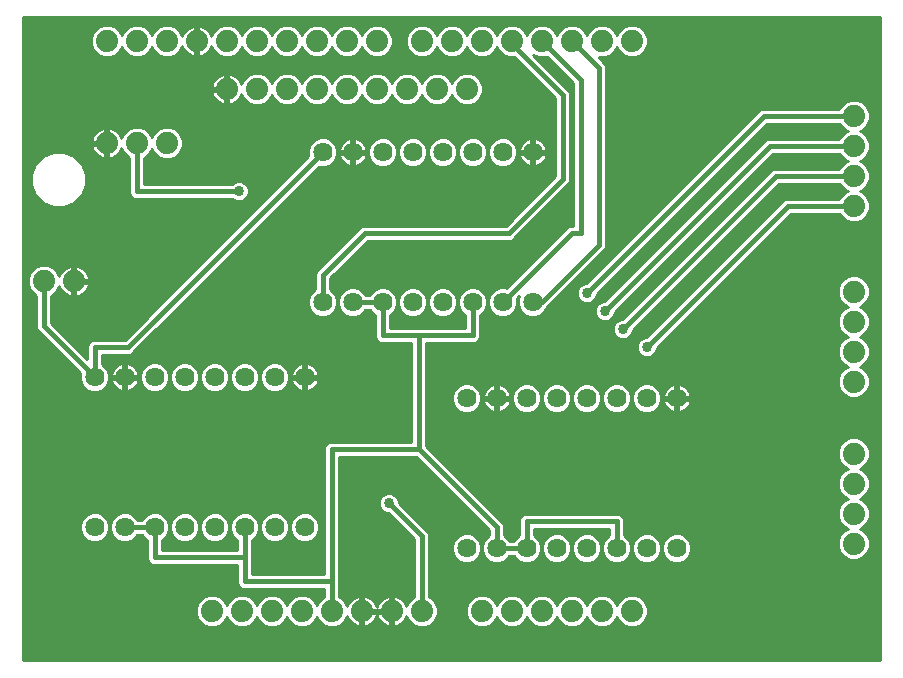
<source format=gbl>
G75*
%MOIN*%
%OFA0B0*%
%FSLAX25Y25*%
%IPPOS*%
%LPD*%
%AMOC8*
5,1,8,0,0,1.08239X$1,22.5*
%
%ADD10C,0.07400*%
%ADD11C,0.06400*%
%ADD12C,0.01000*%
%ADD13C,0.01600*%
%ADD14C,0.03378*%
D10*
X0137524Y0044000D03*
X0147524Y0044000D03*
X0157524Y0044000D03*
X0167524Y0044000D03*
X0177524Y0044000D03*
X0187524Y0044000D03*
X0197524Y0044000D03*
X0207524Y0044000D03*
X0227524Y0044000D03*
X0237524Y0044000D03*
X0247524Y0044000D03*
X0257524Y0044000D03*
X0267524Y0044000D03*
X0277524Y0044000D03*
X0351524Y0066500D03*
X0351524Y0076500D03*
X0351524Y0086500D03*
X0351524Y0096500D03*
X0351524Y0120500D03*
X0351524Y0130500D03*
X0351524Y0140500D03*
X0351524Y0150500D03*
X0351524Y0179000D03*
X0351524Y0189000D03*
X0351524Y0199000D03*
X0351524Y0209000D03*
X0277524Y0234000D03*
X0267524Y0234000D03*
X0257524Y0234000D03*
X0247524Y0234000D03*
X0237524Y0234000D03*
X0227524Y0234000D03*
X0217524Y0234000D03*
X0207524Y0234000D03*
X0192524Y0234000D03*
X0182524Y0234000D03*
X0172524Y0234000D03*
X0162524Y0234000D03*
X0152524Y0234000D03*
X0142524Y0234000D03*
X0132524Y0234000D03*
X0122524Y0234000D03*
X0112524Y0234000D03*
X0102524Y0234000D03*
X0142524Y0218000D03*
X0152524Y0218000D03*
X0162524Y0218000D03*
X0172524Y0218000D03*
X0182524Y0218000D03*
X0192524Y0218000D03*
X0202524Y0218000D03*
X0212524Y0218000D03*
X0222524Y0218000D03*
X0122524Y0200000D03*
X0112524Y0200000D03*
X0102524Y0200000D03*
X0091524Y0154000D03*
X0081524Y0154000D03*
D11*
X0098524Y0122000D03*
X0108524Y0122000D03*
X0118524Y0122000D03*
X0128524Y0122000D03*
X0138524Y0122000D03*
X0148524Y0122000D03*
X0158524Y0122000D03*
X0168524Y0122000D03*
X0174524Y0147000D03*
X0184524Y0147000D03*
X0194524Y0147000D03*
X0204524Y0147000D03*
X0214524Y0147000D03*
X0224524Y0147000D03*
X0234524Y0147000D03*
X0244524Y0147000D03*
X0242524Y0115000D03*
X0252524Y0115000D03*
X0262524Y0115000D03*
X0272524Y0115000D03*
X0282524Y0115000D03*
X0292524Y0115000D03*
X0232524Y0115000D03*
X0222524Y0115000D03*
X0168524Y0072000D03*
X0158524Y0072000D03*
X0148524Y0072000D03*
X0138524Y0072000D03*
X0128524Y0072000D03*
X0118524Y0072000D03*
X0108524Y0072000D03*
X0098524Y0072000D03*
X0222524Y0065000D03*
X0232524Y0065000D03*
X0242524Y0065000D03*
X0252524Y0065000D03*
X0262524Y0065000D03*
X0272524Y0065000D03*
X0282524Y0065000D03*
X0292524Y0065000D03*
X0244524Y0197000D03*
X0234524Y0197000D03*
X0224524Y0197000D03*
X0214524Y0197000D03*
X0204524Y0197000D03*
X0194524Y0197000D03*
X0184524Y0197000D03*
X0174524Y0197000D03*
D12*
X0074624Y0241900D02*
X0074624Y0027600D01*
X0360424Y0027600D01*
X0360424Y0241900D01*
X0074624Y0241900D01*
X0074624Y0241675D02*
X0360424Y0241675D01*
X0360424Y0240677D02*
X0074624Y0240677D01*
X0074624Y0239678D02*
X0360424Y0239678D01*
X0360424Y0238680D02*
X0280336Y0238680D01*
X0280582Y0238578D02*
X0278598Y0239400D01*
X0276449Y0239400D01*
X0274465Y0238578D01*
X0272946Y0237059D01*
X0272524Y0236040D01*
X0272102Y0237059D01*
X0270582Y0238578D01*
X0268598Y0239400D01*
X0266449Y0239400D01*
X0264465Y0238578D01*
X0262946Y0237059D01*
X0262524Y0236040D01*
X0262102Y0237059D01*
X0260582Y0238578D01*
X0258598Y0239400D01*
X0256449Y0239400D01*
X0254465Y0238578D01*
X0252946Y0237059D01*
X0252524Y0236040D01*
X0252102Y0237059D01*
X0250582Y0238578D01*
X0248598Y0239400D01*
X0246449Y0239400D01*
X0244465Y0238578D01*
X0242946Y0237059D01*
X0242524Y0236040D01*
X0242102Y0237059D01*
X0240582Y0238578D01*
X0238598Y0239400D01*
X0236449Y0239400D01*
X0234465Y0238578D01*
X0232946Y0237059D01*
X0232524Y0236040D01*
X0232102Y0237059D01*
X0230582Y0238578D01*
X0228598Y0239400D01*
X0226449Y0239400D01*
X0224465Y0238578D01*
X0222946Y0237059D01*
X0222524Y0236040D01*
X0222102Y0237059D01*
X0220582Y0238578D01*
X0218598Y0239400D01*
X0216449Y0239400D01*
X0214465Y0238578D01*
X0212946Y0237059D01*
X0212524Y0236040D01*
X0212102Y0237059D01*
X0210582Y0238578D01*
X0208598Y0239400D01*
X0206449Y0239400D01*
X0204465Y0238578D01*
X0202946Y0237059D01*
X0202124Y0235074D01*
X0202124Y0232926D01*
X0202946Y0230941D01*
X0204465Y0229422D01*
X0206449Y0228600D01*
X0208598Y0228600D01*
X0210582Y0229422D01*
X0212102Y0230941D01*
X0212524Y0231960D01*
X0212946Y0230941D01*
X0214465Y0229422D01*
X0216449Y0228600D01*
X0218598Y0228600D01*
X0220582Y0229422D01*
X0222102Y0230941D01*
X0222524Y0231960D01*
X0222946Y0230941D01*
X0224465Y0229422D01*
X0226449Y0228600D01*
X0228598Y0228600D01*
X0230582Y0229422D01*
X0232102Y0230941D01*
X0232524Y0231960D01*
X0232946Y0230941D01*
X0234465Y0229422D01*
X0236449Y0228600D01*
X0238388Y0228600D01*
X0252024Y0214964D01*
X0252024Y0189036D01*
X0235488Y0172500D01*
X0188026Y0172500D01*
X0187107Y0172119D01*
X0173107Y0158119D01*
X0172404Y0157416D01*
X0172024Y0156497D01*
X0172024Y0151268D01*
X0171748Y0151154D01*
X0170370Y0149776D01*
X0169624Y0147975D01*
X0169624Y0146025D01*
X0170370Y0144224D01*
X0171748Y0142846D01*
X0173549Y0142100D01*
X0175498Y0142100D01*
X0177299Y0142846D01*
X0178678Y0144224D01*
X0179424Y0146025D01*
X0179424Y0147975D01*
X0178678Y0149776D01*
X0177299Y0151154D01*
X0177024Y0151268D01*
X0177024Y0154964D01*
X0189559Y0167500D01*
X0237021Y0167500D01*
X0237940Y0167881D01*
X0238643Y0168584D01*
X0256643Y0186584D01*
X0257024Y0187503D01*
X0257024Y0216497D01*
X0256643Y0217416D01*
X0255940Y0218119D01*
X0244759Y0229300D01*
X0246449Y0228600D01*
X0248598Y0228600D01*
X0249157Y0228831D01*
X0258024Y0219964D01*
X0258024Y0172500D01*
X0257026Y0172500D01*
X0256107Y0172119D01*
X0235774Y0151786D01*
X0235498Y0151900D01*
X0233549Y0151900D01*
X0231748Y0151154D01*
X0230370Y0149776D01*
X0229624Y0147975D01*
X0229624Y0146025D01*
X0230370Y0144224D01*
X0231748Y0142846D01*
X0233549Y0142100D01*
X0235498Y0142100D01*
X0237299Y0142846D01*
X0238678Y0144224D01*
X0239424Y0146025D01*
X0239424Y0147975D01*
X0239309Y0148250D01*
X0240041Y0148982D01*
X0239624Y0147975D01*
X0239624Y0146025D01*
X0240370Y0144224D01*
X0241748Y0142846D01*
X0243549Y0142100D01*
X0245498Y0142100D01*
X0247299Y0142846D01*
X0248678Y0144224D01*
X0248956Y0144897D01*
X0249643Y0145584D01*
X0268643Y0164584D01*
X0269024Y0165503D01*
X0269024Y0166497D01*
X0269024Y0225497D01*
X0268643Y0226416D01*
X0267940Y0227119D01*
X0266459Y0228600D01*
X0268598Y0228600D01*
X0270582Y0229422D01*
X0272102Y0230941D01*
X0272524Y0231960D01*
X0272946Y0230941D01*
X0274465Y0229422D01*
X0276449Y0228600D01*
X0278598Y0228600D01*
X0280582Y0229422D01*
X0282102Y0230941D01*
X0282924Y0232926D01*
X0282924Y0235074D01*
X0282102Y0237059D01*
X0280582Y0238578D01*
X0281479Y0237681D02*
X0360424Y0237681D01*
X0360424Y0236683D02*
X0282257Y0236683D01*
X0282671Y0235684D02*
X0360424Y0235684D01*
X0360424Y0234686D02*
X0282924Y0234686D01*
X0282924Y0233687D02*
X0360424Y0233687D01*
X0360424Y0232689D02*
X0282825Y0232689D01*
X0282412Y0231690D02*
X0360424Y0231690D01*
X0360424Y0230692D02*
X0281852Y0230692D01*
X0280854Y0229693D02*
X0360424Y0229693D01*
X0360424Y0228695D02*
X0278827Y0228695D01*
X0276221Y0228695D02*
X0268827Y0228695D01*
X0267363Y0227696D02*
X0360424Y0227696D01*
X0360424Y0226698D02*
X0268361Y0226698D01*
X0268940Y0225699D02*
X0360424Y0225699D01*
X0360424Y0224701D02*
X0269024Y0224701D01*
X0269024Y0223702D02*
X0360424Y0223702D01*
X0360424Y0222704D02*
X0269024Y0222704D01*
X0269024Y0221705D02*
X0360424Y0221705D01*
X0360424Y0220707D02*
X0269024Y0220707D01*
X0269024Y0219708D02*
X0360424Y0219708D01*
X0360424Y0218710D02*
X0269024Y0218710D01*
X0269024Y0217711D02*
X0360424Y0217711D01*
X0360424Y0216713D02*
X0269024Y0216713D01*
X0269024Y0215714D02*
X0360424Y0215714D01*
X0360424Y0214716D02*
X0269024Y0214716D01*
X0269024Y0213717D02*
X0348801Y0213717D01*
X0348465Y0213578D02*
X0346946Y0212059D01*
X0346714Y0211500D01*
X0321026Y0211500D01*
X0320107Y0211119D01*
X0262377Y0153389D01*
X0261850Y0153389D01*
X0260604Y0152873D01*
X0259651Y0151920D01*
X0259135Y0150674D01*
X0259135Y0149326D01*
X0259651Y0148080D01*
X0260604Y0147127D01*
X0261850Y0146611D01*
X0263198Y0146611D01*
X0264443Y0147127D01*
X0265397Y0148080D01*
X0265913Y0149326D01*
X0265913Y0149853D01*
X0322559Y0206500D01*
X0346714Y0206500D01*
X0346946Y0205941D01*
X0348465Y0204422D01*
X0349484Y0204000D01*
X0348465Y0203578D01*
X0346946Y0202059D01*
X0346714Y0201500D01*
X0323026Y0201500D01*
X0322107Y0201119D01*
X0268377Y0147389D01*
X0267850Y0147389D01*
X0266604Y0146873D01*
X0265651Y0145920D01*
X0265135Y0144674D01*
X0265135Y0143326D01*
X0265651Y0142080D01*
X0266604Y0141127D01*
X0267850Y0140611D01*
X0269198Y0140611D01*
X0270443Y0141127D01*
X0271397Y0142080D01*
X0271913Y0143326D01*
X0271913Y0143853D01*
X0324559Y0196500D01*
X0346714Y0196500D01*
X0346946Y0195941D01*
X0348465Y0194422D01*
X0349484Y0194000D01*
X0348465Y0193578D01*
X0346946Y0192059D01*
X0346714Y0191500D01*
X0325026Y0191500D01*
X0324107Y0191119D01*
X0274377Y0141389D01*
X0273850Y0141389D01*
X0272604Y0140873D01*
X0271651Y0139920D01*
X0271135Y0138674D01*
X0271135Y0137326D01*
X0271651Y0136080D01*
X0272604Y0135127D01*
X0273850Y0134611D01*
X0275198Y0134611D01*
X0276443Y0135127D01*
X0277397Y0136080D01*
X0277913Y0137326D01*
X0277913Y0137853D01*
X0326559Y0186500D01*
X0346714Y0186500D01*
X0346946Y0185941D01*
X0348465Y0184422D01*
X0349484Y0184000D01*
X0348465Y0183578D01*
X0346946Y0182059D01*
X0346714Y0181500D01*
X0329026Y0181500D01*
X0328107Y0181119D01*
X0282377Y0135389D01*
X0281850Y0135389D01*
X0280604Y0134873D01*
X0279651Y0133920D01*
X0279135Y0132674D01*
X0279135Y0131326D01*
X0279651Y0130080D01*
X0280604Y0129127D01*
X0281850Y0128611D01*
X0283198Y0128611D01*
X0284443Y0129127D01*
X0285397Y0130080D01*
X0285913Y0131326D01*
X0285913Y0131853D01*
X0330559Y0176500D01*
X0346714Y0176500D01*
X0346946Y0175941D01*
X0348465Y0174422D01*
X0350449Y0173600D01*
X0352598Y0173600D01*
X0354582Y0174422D01*
X0356102Y0175941D01*
X0356924Y0177926D01*
X0356924Y0180074D01*
X0356102Y0182059D01*
X0354582Y0183578D01*
X0353563Y0184000D01*
X0354582Y0184422D01*
X0356102Y0185941D01*
X0356924Y0187926D01*
X0356924Y0190074D01*
X0356102Y0192059D01*
X0354582Y0193578D01*
X0353563Y0194000D01*
X0354582Y0194422D01*
X0356102Y0195941D01*
X0356924Y0197926D01*
X0356924Y0200074D01*
X0356102Y0202059D01*
X0354582Y0203578D01*
X0353563Y0204000D01*
X0354582Y0204422D01*
X0356102Y0205941D01*
X0356924Y0207926D01*
X0356924Y0210074D01*
X0356102Y0212059D01*
X0354582Y0213578D01*
X0352598Y0214400D01*
X0350449Y0214400D01*
X0348465Y0213578D01*
X0347606Y0212719D02*
X0269024Y0212719D01*
X0269024Y0211720D02*
X0346805Y0211720D01*
X0354246Y0213717D02*
X0360424Y0213717D01*
X0360424Y0212719D02*
X0355442Y0212719D01*
X0356242Y0211720D02*
X0360424Y0211720D01*
X0360424Y0210722D02*
X0356655Y0210722D01*
X0356924Y0209723D02*
X0360424Y0209723D01*
X0360424Y0208725D02*
X0356924Y0208725D01*
X0356841Y0207726D02*
X0360424Y0207726D01*
X0360424Y0206728D02*
X0356427Y0206728D01*
X0355889Y0205729D02*
X0360424Y0205729D01*
X0360424Y0204731D02*
X0354891Y0204731D01*
X0354210Y0203732D02*
X0360424Y0203732D01*
X0360424Y0202734D02*
X0355427Y0202734D01*
X0356236Y0201735D02*
X0360424Y0201735D01*
X0360424Y0200737D02*
X0356649Y0200737D01*
X0356924Y0199738D02*
X0360424Y0199738D01*
X0360424Y0198739D02*
X0356924Y0198739D01*
X0356847Y0197741D02*
X0360424Y0197741D01*
X0360424Y0196742D02*
X0356433Y0196742D01*
X0355904Y0195744D02*
X0360424Y0195744D01*
X0360424Y0194745D02*
X0354906Y0194745D01*
X0354174Y0193747D02*
X0360424Y0193747D01*
X0360424Y0192748D02*
X0355412Y0192748D01*
X0356229Y0191750D02*
X0360424Y0191750D01*
X0360424Y0190751D02*
X0356643Y0190751D01*
X0356924Y0189753D02*
X0360424Y0189753D01*
X0360424Y0188754D02*
X0356924Y0188754D01*
X0356853Y0187756D02*
X0360424Y0187756D01*
X0360424Y0186757D02*
X0356440Y0186757D01*
X0355919Y0185759D02*
X0360424Y0185759D01*
X0360424Y0184760D02*
X0354921Y0184760D01*
X0354138Y0183762D02*
X0360424Y0183762D01*
X0360424Y0182763D02*
X0355397Y0182763D01*
X0356223Y0181765D02*
X0360424Y0181765D01*
X0360424Y0180766D02*
X0356637Y0180766D01*
X0356924Y0179768D02*
X0360424Y0179768D01*
X0360424Y0178769D02*
X0356924Y0178769D01*
X0356859Y0177771D02*
X0360424Y0177771D01*
X0360424Y0176772D02*
X0356446Y0176772D01*
X0355934Y0175774D02*
X0360424Y0175774D01*
X0360424Y0174775D02*
X0354936Y0174775D01*
X0353024Y0173777D02*
X0360424Y0173777D01*
X0360424Y0172778D02*
X0326837Y0172778D01*
X0325839Y0171780D02*
X0360424Y0171780D01*
X0360424Y0170781D02*
X0324840Y0170781D01*
X0323842Y0169783D02*
X0360424Y0169783D01*
X0360424Y0168784D02*
X0322843Y0168784D01*
X0321845Y0167786D02*
X0360424Y0167786D01*
X0360424Y0166787D02*
X0320846Y0166787D01*
X0319848Y0165789D02*
X0360424Y0165789D01*
X0360424Y0164790D02*
X0318849Y0164790D01*
X0317851Y0163792D02*
X0360424Y0163792D01*
X0360424Y0162793D02*
X0316852Y0162793D01*
X0315854Y0161795D02*
X0360424Y0161795D01*
X0360424Y0160796D02*
X0314855Y0160796D01*
X0313857Y0159798D02*
X0360424Y0159798D01*
X0360424Y0158799D02*
X0312858Y0158799D01*
X0311860Y0157801D02*
X0360424Y0157801D01*
X0360424Y0156802D02*
X0310861Y0156802D01*
X0309863Y0155803D02*
X0350217Y0155803D01*
X0350449Y0155900D02*
X0348465Y0155078D01*
X0346946Y0153559D01*
X0346124Y0151574D01*
X0346124Y0149426D01*
X0346946Y0147441D01*
X0348465Y0145922D01*
X0349484Y0145500D01*
X0348465Y0145078D01*
X0346946Y0143559D01*
X0346124Y0141574D01*
X0346124Y0139426D01*
X0346946Y0137441D01*
X0348465Y0135922D01*
X0349484Y0135500D01*
X0348465Y0135078D01*
X0346946Y0133559D01*
X0346124Y0131574D01*
X0346124Y0129426D01*
X0346946Y0127441D01*
X0348465Y0125922D01*
X0349484Y0125500D01*
X0348465Y0125078D01*
X0346946Y0123559D01*
X0346124Y0121574D01*
X0346124Y0119426D01*
X0346946Y0117441D01*
X0348465Y0115922D01*
X0350449Y0115100D01*
X0352598Y0115100D01*
X0354582Y0115922D01*
X0356102Y0117441D01*
X0356924Y0119426D01*
X0356924Y0121574D01*
X0356102Y0123559D01*
X0354582Y0125078D01*
X0353563Y0125500D01*
X0354582Y0125922D01*
X0356102Y0127441D01*
X0356924Y0129426D01*
X0356924Y0131574D01*
X0356102Y0133559D01*
X0354582Y0135078D01*
X0353563Y0135500D01*
X0354582Y0135922D01*
X0356102Y0137441D01*
X0356924Y0139426D01*
X0356924Y0141574D01*
X0356102Y0143559D01*
X0354582Y0145078D01*
X0353563Y0145500D01*
X0354582Y0145922D01*
X0356102Y0147441D01*
X0356924Y0149426D01*
X0356924Y0151574D01*
X0356102Y0153559D01*
X0354582Y0155078D01*
X0352598Y0155900D01*
X0350449Y0155900D01*
X0352831Y0155803D02*
X0360424Y0155803D01*
X0360424Y0154805D02*
X0354855Y0154805D01*
X0355854Y0153806D02*
X0360424Y0153806D01*
X0360424Y0152808D02*
X0356413Y0152808D01*
X0356826Y0151809D02*
X0360424Y0151809D01*
X0360424Y0150811D02*
X0356924Y0150811D01*
X0356924Y0149812D02*
X0360424Y0149812D01*
X0360424Y0148814D02*
X0356670Y0148814D01*
X0356257Y0147815D02*
X0360424Y0147815D01*
X0360424Y0146817D02*
X0355477Y0146817D01*
X0354332Y0145818D02*
X0360424Y0145818D01*
X0360424Y0144820D02*
X0354840Y0144820D01*
X0355839Y0143821D02*
X0360424Y0143821D01*
X0360424Y0142823D02*
X0356406Y0142823D01*
X0356820Y0141824D02*
X0360424Y0141824D01*
X0360424Y0140826D02*
X0356924Y0140826D01*
X0356924Y0139827D02*
X0360424Y0139827D01*
X0360424Y0138829D02*
X0356676Y0138829D01*
X0356263Y0137830D02*
X0360424Y0137830D01*
X0360424Y0136832D02*
X0355492Y0136832D01*
X0354368Y0135833D02*
X0360424Y0135833D01*
X0360424Y0134835D02*
X0354826Y0134835D01*
X0355824Y0133836D02*
X0360424Y0133836D01*
X0360424Y0132838D02*
X0356400Y0132838D01*
X0356814Y0131839D02*
X0360424Y0131839D01*
X0360424Y0130841D02*
X0356924Y0130841D01*
X0356924Y0129842D02*
X0360424Y0129842D01*
X0360424Y0128844D02*
X0356682Y0128844D01*
X0356269Y0127845D02*
X0360424Y0127845D01*
X0360424Y0126847D02*
X0355507Y0126847D01*
X0354404Y0125848D02*
X0360424Y0125848D01*
X0360424Y0124850D02*
X0354811Y0124850D01*
X0355809Y0123851D02*
X0360424Y0123851D01*
X0360424Y0122853D02*
X0356394Y0122853D01*
X0356808Y0121854D02*
X0360424Y0121854D01*
X0360424Y0120856D02*
X0356924Y0120856D01*
X0356924Y0119857D02*
X0360424Y0119857D01*
X0360424Y0118859D02*
X0356689Y0118859D01*
X0356275Y0117860D02*
X0360424Y0117860D01*
X0360424Y0116862D02*
X0355522Y0116862D01*
X0354440Y0115863D02*
X0360424Y0115863D01*
X0360424Y0114865D02*
X0293024Y0114865D01*
X0293024Y0114500D02*
X0293024Y0115500D01*
X0297203Y0115500D01*
X0297108Y0116101D01*
X0296879Y0116804D01*
X0296543Y0117463D01*
X0296109Y0118062D01*
X0295585Y0118585D01*
X0294987Y0119020D01*
X0294328Y0119356D01*
X0293624Y0119584D01*
X0293024Y0119679D01*
X0293024Y0115500D01*
X0292024Y0115500D01*
X0292024Y0119679D01*
X0291423Y0119584D01*
X0290719Y0119356D01*
X0290060Y0119020D01*
X0289462Y0118585D01*
X0288939Y0118062D01*
X0288504Y0117463D01*
X0288168Y0116804D01*
X0287939Y0116101D01*
X0287844Y0115500D01*
X0292024Y0115500D01*
X0292024Y0114500D01*
X0293024Y0114500D01*
X0297203Y0114500D01*
X0297108Y0113899D01*
X0296879Y0113196D01*
X0296543Y0112537D01*
X0296109Y0111938D01*
X0295585Y0111415D01*
X0294987Y0110980D01*
X0294328Y0110644D01*
X0293624Y0110416D01*
X0293024Y0110321D01*
X0293024Y0114500D01*
X0293024Y0113866D02*
X0292024Y0113866D01*
X0292024Y0114500D02*
X0292024Y0110321D01*
X0291423Y0110416D01*
X0290719Y0110644D01*
X0290060Y0110980D01*
X0289462Y0111415D01*
X0288939Y0111938D01*
X0288504Y0112537D01*
X0288168Y0113196D01*
X0287939Y0113899D01*
X0287844Y0114500D01*
X0292024Y0114500D01*
X0292024Y0114865D02*
X0287424Y0114865D01*
X0287424Y0114025D02*
X0287424Y0115975D01*
X0286678Y0117776D01*
X0285299Y0119154D01*
X0283498Y0119900D01*
X0281549Y0119900D01*
X0279748Y0119154D01*
X0278370Y0117776D01*
X0277624Y0115975D01*
X0277624Y0114025D01*
X0278370Y0112224D01*
X0279748Y0110846D01*
X0281549Y0110100D01*
X0283498Y0110100D01*
X0285299Y0110846D01*
X0286678Y0112224D01*
X0287424Y0114025D01*
X0287358Y0113866D02*
X0287950Y0113866D01*
X0288335Y0112868D02*
X0286944Y0112868D01*
X0286322Y0111869D02*
X0289008Y0111869D01*
X0290276Y0110870D02*
X0285324Y0110870D01*
X0279723Y0110870D02*
X0275324Y0110870D01*
X0275299Y0110846D02*
X0276678Y0112224D01*
X0277424Y0114025D01*
X0277424Y0115975D01*
X0276678Y0117776D01*
X0275299Y0119154D01*
X0273498Y0119900D01*
X0271549Y0119900D01*
X0269748Y0119154D01*
X0268370Y0117776D01*
X0267624Y0115975D01*
X0267624Y0114025D01*
X0268370Y0112224D01*
X0269748Y0110846D01*
X0271549Y0110100D01*
X0273498Y0110100D01*
X0275299Y0110846D01*
X0276322Y0111869D02*
X0278725Y0111869D01*
X0278103Y0112868D02*
X0276944Y0112868D01*
X0277358Y0113866D02*
X0277690Y0113866D01*
X0277624Y0114865D02*
X0277424Y0114865D01*
X0277424Y0115863D02*
X0277624Y0115863D01*
X0277991Y0116862D02*
X0277056Y0116862D01*
X0276593Y0117860D02*
X0278454Y0117860D01*
X0279453Y0118859D02*
X0275595Y0118859D01*
X0273602Y0119857D02*
X0281445Y0119857D01*
X0283602Y0119857D02*
X0346124Y0119857D01*
X0346124Y0120856D02*
X0209024Y0120856D01*
X0209024Y0121854D02*
X0346240Y0121854D01*
X0346653Y0122853D02*
X0209024Y0122853D01*
X0209024Y0123851D02*
X0347238Y0123851D01*
X0348237Y0124850D02*
X0209024Y0124850D01*
X0209024Y0125848D02*
X0348643Y0125848D01*
X0347540Y0126847D02*
X0209024Y0126847D01*
X0209024Y0127845D02*
X0346778Y0127845D01*
X0346365Y0128844D02*
X0283759Y0128844D01*
X0285159Y0129842D02*
X0346124Y0129842D01*
X0346124Y0130841D02*
X0285712Y0130841D01*
X0285913Y0131839D02*
X0346233Y0131839D01*
X0346647Y0132838D02*
X0286897Y0132838D01*
X0287895Y0133836D02*
X0347223Y0133836D01*
X0348222Y0134835D02*
X0288894Y0134835D01*
X0289892Y0135833D02*
X0348679Y0135833D01*
X0347555Y0136832D02*
X0290891Y0136832D01*
X0291889Y0137830D02*
X0346785Y0137830D01*
X0346371Y0138829D02*
X0292888Y0138829D01*
X0293886Y0139827D02*
X0346124Y0139827D01*
X0346124Y0140826D02*
X0294885Y0140826D01*
X0295883Y0141824D02*
X0346227Y0141824D01*
X0346641Y0142823D02*
X0296882Y0142823D01*
X0297881Y0143821D02*
X0347208Y0143821D01*
X0348207Y0144820D02*
X0298879Y0144820D01*
X0299878Y0145818D02*
X0348715Y0145818D01*
X0347570Y0146817D02*
X0300876Y0146817D01*
X0301875Y0147815D02*
X0346791Y0147815D01*
X0346377Y0148814D02*
X0302873Y0148814D01*
X0303872Y0149812D02*
X0346124Y0149812D01*
X0346124Y0150811D02*
X0304870Y0150811D01*
X0305869Y0151809D02*
X0346221Y0151809D01*
X0346635Y0152808D02*
X0306867Y0152808D01*
X0307866Y0153806D02*
X0347193Y0153806D01*
X0348192Y0154805D02*
X0308864Y0154805D01*
X0305787Y0158799D02*
X0298858Y0158799D01*
X0297860Y0157801D02*
X0304789Y0157801D01*
X0303790Y0156802D02*
X0296861Y0156802D01*
X0295863Y0155803D02*
X0302792Y0155803D01*
X0301793Y0154805D02*
X0294864Y0154805D01*
X0293866Y0153806D02*
X0300795Y0153806D01*
X0299796Y0152808D02*
X0292867Y0152808D01*
X0291869Y0151809D02*
X0298798Y0151809D01*
X0297799Y0150811D02*
X0290870Y0150811D01*
X0289872Y0149812D02*
X0296801Y0149812D01*
X0295802Y0148814D02*
X0288873Y0148814D01*
X0287875Y0147815D02*
X0294803Y0147815D01*
X0293805Y0146817D02*
X0286876Y0146817D01*
X0285878Y0145818D02*
X0292806Y0145818D01*
X0291808Y0144820D02*
X0284879Y0144820D01*
X0283881Y0143821D02*
X0290809Y0143821D01*
X0289811Y0142823D02*
X0282882Y0142823D01*
X0281883Y0141824D02*
X0288812Y0141824D01*
X0287814Y0140826D02*
X0280885Y0140826D01*
X0279886Y0139827D02*
X0286815Y0139827D01*
X0285817Y0138829D02*
X0278888Y0138829D01*
X0277913Y0137830D02*
X0284818Y0137830D01*
X0283820Y0136832D02*
X0277708Y0136832D01*
X0277150Y0135833D02*
X0282821Y0135833D01*
X0280566Y0134835D02*
X0275738Y0134835D01*
X0273309Y0134835D02*
X0226747Y0134835D01*
X0226643Y0134584D02*
X0227024Y0135503D01*
X0227024Y0142732D01*
X0227299Y0142846D01*
X0228678Y0144224D01*
X0229424Y0146025D01*
X0229424Y0147975D01*
X0228678Y0149776D01*
X0227299Y0151154D01*
X0225498Y0151900D01*
X0223549Y0151900D01*
X0221748Y0151154D01*
X0220370Y0149776D01*
X0219624Y0147975D01*
X0219624Y0146025D01*
X0220370Y0144224D01*
X0221748Y0142846D01*
X0222024Y0142732D01*
X0222024Y0138500D01*
X0197024Y0138500D01*
X0197024Y0142732D01*
X0197299Y0142846D01*
X0198678Y0144224D01*
X0199424Y0146025D01*
X0199424Y0147975D01*
X0198678Y0149776D01*
X0197299Y0151154D01*
X0195498Y0151900D01*
X0193549Y0151900D01*
X0191748Y0151154D01*
X0190370Y0149776D01*
X0190255Y0149500D01*
X0188792Y0149500D01*
X0188678Y0149776D01*
X0187299Y0151154D01*
X0185498Y0151900D01*
X0183549Y0151900D01*
X0181748Y0151154D01*
X0180370Y0149776D01*
X0179624Y0147975D01*
X0179624Y0146025D01*
X0180370Y0144224D01*
X0181748Y0142846D01*
X0183549Y0142100D01*
X0185498Y0142100D01*
X0187299Y0142846D01*
X0188678Y0144224D01*
X0188792Y0144500D01*
X0190255Y0144500D01*
X0190370Y0144224D01*
X0191748Y0142846D01*
X0192024Y0142732D01*
X0192024Y0135503D01*
X0192404Y0134584D01*
X0193107Y0133881D01*
X0194026Y0133500D01*
X0204024Y0133500D01*
X0204024Y0100500D01*
X0177026Y0100500D01*
X0176107Y0100119D01*
X0175404Y0099416D01*
X0175024Y0098497D01*
X0175024Y0056500D01*
X0151024Y0056500D01*
X0151024Y0067732D01*
X0151299Y0067846D01*
X0152678Y0069224D01*
X0153424Y0071025D01*
X0153424Y0072975D01*
X0152678Y0074776D01*
X0151299Y0076154D01*
X0149498Y0076900D01*
X0147549Y0076900D01*
X0145748Y0076154D01*
X0144370Y0074776D01*
X0143624Y0072975D01*
X0143624Y0071025D01*
X0144370Y0069224D01*
X0145748Y0067846D01*
X0146024Y0067732D01*
X0146024Y0064500D01*
X0121024Y0064500D01*
X0121024Y0067732D01*
X0121299Y0067846D01*
X0122678Y0069224D01*
X0123424Y0071025D01*
X0123424Y0072975D01*
X0122678Y0074776D01*
X0121299Y0076154D01*
X0119498Y0076900D01*
X0117549Y0076900D01*
X0115748Y0076154D01*
X0114370Y0074776D01*
X0114255Y0074500D01*
X0112792Y0074500D01*
X0112678Y0074776D01*
X0111299Y0076154D01*
X0109498Y0076900D01*
X0107549Y0076900D01*
X0105748Y0076154D01*
X0104370Y0074776D01*
X0103624Y0072975D01*
X0103624Y0071025D01*
X0104370Y0069224D01*
X0105748Y0067846D01*
X0107549Y0067100D01*
X0109498Y0067100D01*
X0111299Y0067846D01*
X0112678Y0069224D01*
X0112792Y0069500D01*
X0114255Y0069500D01*
X0114370Y0069224D01*
X0115748Y0067846D01*
X0116024Y0067732D01*
X0116024Y0061503D01*
X0116404Y0060584D01*
X0117107Y0059881D01*
X0118026Y0059500D01*
X0146024Y0059500D01*
X0146024Y0053503D01*
X0146404Y0052584D01*
X0147107Y0051881D01*
X0148026Y0051500D01*
X0175024Y0051500D01*
X0175024Y0048809D01*
X0174465Y0048578D01*
X0172946Y0047059D01*
X0172524Y0046040D01*
X0172102Y0047059D01*
X0170582Y0048578D01*
X0168598Y0049400D01*
X0166449Y0049400D01*
X0164465Y0048578D01*
X0162946Y0047059D01*
X0162524Y0046040D01*
X0162102Y0047059D01*
X0160582Y0048578D01*
X0158598Y0049400D01*
X0156449Y0049400D01*
X0154465Y0048578D01*
X0152946Y0047059D01*
X0152524Y0046040D01*
X0152102Y0047059D01*
X0150582Y0048578D01*
X0148598Y0049400D01*
X0146449Y0049400D01*
X0144465Y0048578D01*
X0142946Y0047059D01*
X0142524Y0046040D01*
X0142102Y0047059D01*
X0140582Y0048578D01*
X0138598Y0049400D01*
X0136449Y0049400D01*
X0134465Y0048578D01*
X0132946Y0047059D01*
X0132124Y0045074D01*
X0132124Y0042926D01*
X0132946Y0040941D01*
X0134465Y0039422D01*
X0136449Y0038600D01*
X0138598Y0038600D01*
X0140582Y0039422D01*
X0142102Y0040941D01*
X0142524Y0041960D01*
X0142946Y0040941D01*
X0144465Y0039422D01*
X0146449Y0038600D01*
X0148598Y0038600D01*
X0150582Y0039422D01*
X0152102Y0040941D01*
X0152524Y0041960D01*
X0152946Y0040941D01*
X0154465Y0039422D01*
X0156449Y0038600D01*
X0158598Y0038600D01*
X0160582Y0039422D01*
X0162102Y0040941D01*
X0162524Y0041960D01*
X0162946Y0040941D01*
X0164465Y0039422D01*
X0166449Y0038600D01*
X0168598Y0038600D01*
X0170582Y0039422D01*
X0172102Y0040941D01*
X0172524Y0041960D01*
X0172946Y0040941D01*
X0174465Y0039422D01*
X0176449Y0038600D01*
X0178598Y0038600D01*
X0180582Y0039422D01*
X0182102Y0040941D01*
X0182633Y0042224D01*
X0182705Y0042004D01*
X0183076Y0041275D01*
X0183557Y0040612D01*
X0184136Y0040034D01*
X0184798Y0039553D01*
X0185528Y0039181D01*
X0186306Y0038928D01*
X0187024Y0038814D01*
X0187024Y0043500D01*
X0188024Y0043500D01*
X0188024Y0044500D01*
X0197024Y0044500D01*
X0197024Y0049186D01*
X0196306Y0049072D01*
X0195528Y0048819D01*
X0194798Y0048447D01*
X0194136Y0047966D01*
X0193557Y0047388D01*
X0193076Y0046725D01*
X0192705Y0045996D01*
X0192524Y0045439D01*
X0192343Y0045996D01*
X0191971Y0046725D01*
X0191490Y0047388D01*
X0190911Y0047966D01*
X0190249Y0048447D01*
X0189520Y0048819D01*
X0188741Y0049072D01*
X0188024Y0049186D01*
X0188024Y0044500D01*
X0187024Y0044500D01*
X0187024Y0049186D01*
X0186306Y0049072D01*
X0185528Y0048819D01*
X0184798Y0048447D01*
X0184136Y0047966D01*
X0183557Y0047388D01*
X0183076Y0046725D01*
X0182705Y0045996D01*
X0182633Y0045776D01*
X0182102Y0047059D01*
X0180582Y0048578D01*
X0180024Y0048809D01*
X0180024Y0095500D01*
X0205488Y0095500D01*
X0230024Y0070964D01*
X0230024Y0069268D01*
X0229748Y0069154D01*
X0228370Y0067776D01*
X0227624Y0065975D01*
X0227624Y0064025D01*
X0228370Y0062224D01*
X0229748Y0060846D01*
X0231549Y0060100D01*
X0233498Y0060100D01*
X0235299Y0060846D01*
X0236678Y0062224D01*
X0236792Y0062500D01*
X0238255Y0062500D01*
X0238370Y0062224D01*
X0239748Y0060846D01*
X0241549Y0060100D01*
X0243498Y0060100D01*
X0245299Y0060846D01*
X0246678Y0062224D01*
X0247424Y0064025D01*
X0247424Y0065975D01*
X0246678Y0067776D01*
X0245299Y0069154D01*
X0245024Y0069268D01*
X0245024Y0071500D01*
X0270024Y0071500D01*
X0270024Y0069268D01*
X0269748Y0069154D01*
X0268370Y0067776D01*
X0267624Y0065975D01*
X0267624Y0064025D01*
X0268370Y0062224D01*
X0269748Y0060846D01*
X0271549Y0060100D01*
X0273498Y0060100D01*
X0275299Y0060846D01*
X0276678Y0062224D01*
X0277424Y0064025D01*
X0277424Y0065975D01*
X0276678Y0067776D01*
X0275299Y0069154D01*
X0275024Y0069268D01*
X0275024Y0074497D01*
X0274643Y0075416D01*
X0273940Y0076119D01*
X0273021Y0076500D01*
X0242026Y0076500D01*
X0241107Y0076119D01*
X0240404Y0075416D01*
X0240024Y0074497D01*
X0240024Y0069268D01*
X0239748Y0069154D01*
X0238370Y0067776D01*
X0238255Y0067500D01*
X0236792Y0067500D01*
X0236678Y0067776D01*
X0235299Y0069154D01*
X0235024Y0069268D01*
X0235024Y0072497D01*
X0234643Y0073416D01*
X0233940Y0074119D01*
X0209024Y0099036D01*
X0209024Y0133500D01*
X0225021Y0133500D01*
X0225940Y0133881D01*
X0226643Y0134584D01*
X0225833Y0133836D02*
X0279616Y0133836D01*
X0279202Y0132838D02*
X0209024Y0132838D01*
X0209024Y0131839D02*
X0279135Y0131839D01*
X0279336Y0130841D02*
X0209024Y0130841D01*
X0209024Y0129842D02*
X0279889Y0129842D01*
X0281288Y0128844D02*
X0209024Y0128844D01*
X0204024Y0128844D02*
X0101024Y0128844D01*
X0101024Y0129500D02*
X0101024Y0126268D01*
X0101299Y0126154D01*
X0102678Y0124776D01*
X0103424Y0122975D01*
X0103424Y0121025D01*
X0102678Y0119224D01*
X0101299Y0117846D01*
X0099498Y0117100D01*
X0097549Y0117100D01*
X0095748Y0117846D01*
X0094370Y0119224D01*
X0093624Y0121025D01*
X0093624Y0122975D01*
X0093738Y0123250D01*
X0079404Y0137584D01*
X0079024Y0138503D01*
X0079024Y0149191D01*
X0078465Y0149422D01*
X0076946Y0150941D01*
X0076124Y0152926D01*
X0076124Y0155074D01*
X0076946Y0157059D01*
X0078465Y0158578D01*
X0080449Y0159400D01*
X0082598Y0159400D01*
X0084582Y0158578D01*
X0086102Y0157059D01*
X0086633Y0155776D01*
X0086705Y0155996D01*
X0087076Y0156725D01*
X0087557Y0157388D01*
X0088136Y0157966D01*
X0088798Y0158447D01*
X0089528Y0158819D01*
X0090306Y0159072D01*
X0091024Y0159186D01*
X0091024Y0154500D01*
X0092024Y0154500D01*
X0096709Y0154500D01*
X0096596Y0155218D01*
X0096343Y0155996D01*
X0095971Y0156725D01*
X0095490Y0157388D01*
X0094911Y0157966D01*
X0094249Y0158447D01*
X0093520Y0158819D01*
X0092741Y0159072D01*
X0092024Y0159186D01*
X0092024Y0154500D01*
X0092024Y0153500D01*
X0096709Y0153500D01*
X0096596Y0152782D01*
X0096343Y0152004D01*
X0095971Y0151275D01*
X0095490Y0150612D01*
X0094911Y0150034D01*
X0094249Y0149553D01*
X0093520Y0149181D01*
X0092741Y0148928D01*
X0092024Y0148814D01*
X0092024Y0153500D01*
X0091024Y0153500D01*
X0091024Y0148814D01*
X0090306Y0148928D01*
X0089528Y0149181D01*
X0088798Y0149553D01*
X0088136Y0150034D01*
X0087557Y0150612D01*
X0087076Y0151275D01*
X0086705Y0152004D01*
X0086633Y0152224D01*
X0086102Y0150941D01*
X0084582Y0149422D01*
X0084024Y0149191D01*
X0084024Y0140036D01*
X0096024Y0128036D01*
X0096024Y0132497D01*
X0096404Y0133416D01*
X0097107Y0134119D01*
X0098026Y0134500D01*
X0108488Y0134500D01*
X0169738Y0195750D01*
X0169624Y0196025D01*
X0169624Y0197975D01*
X0170370Y0199776D01*
X0171748Y0201154D01*
X0173549Y0201900D01*
X0175498Y0201900D01*
X0177299Y0201154D01*
X0178678Y0199776D01*
X0179424Y0197975D01*
X0179424Y0196025D01*
X0178678Y0194224D01*
X0177299Y0192846D01*
X0175498Y0192100D01*
X0173549Y0192100D01*
X0173273Y0192214D01*
X0111643Y0130584D01*
X0111643Y0130584D01*
X0110940Y0129881D01*
X0110021Y0129500D01*
X0101024Y0129500D01*
X0101024Y0127845D02*
X0204024Y0127845D01*
X0204024Y0126847D02*
X0159627Y0126847D01*
X0159498Y0126900D02*
X0157549Y0126900D01*
X0155748Y0126154D01*
X0154370Y0124776D01*
X0153624Y0122975D01*
X0153624Y0121025D01*
X0154370Y0119224D01*
X0155748Y0117846D01*
X0157549Y0117100D01*
X0159498Y0117100D01*
X0161299Y0117846D01*
X0162678Y0119224D01*
X0163424Y0121025D01*
X0163424Y0122975D01*
X0162678Y0124776D01*
X0161299Y0126154D01*
X0159498Y0126900D01*
X0157420Y0126847D02*
X0149627Y0126847D01*
X0149498Y0126900D02*
X0147549Y0126900D01*
X0145748Y0126154D01*
X0144370Y0124776D01*
X0143624Y0122975D01*
X0143624Y0121025D01*
X0144370Y0119224D01*
X0145748Y0117846D01*
X0147549Y0117100D01*
X0149498Y0117100D01*
X0151299Y0117846D01*
X0152678Y0119224D01*
X0153424Y0121025D01*
X0153424Y0122975D01*
X0152678Y0124776D01*
X0151299Y0126154D01*
X0149498Y0126900D01*
X0147420Y0126847D02*
X0139627Y0126847D01*
X0139498Y0126900D02*
X0137549Y0126900D01*
X0135748Y0126154D01*
X0134370Y0124776D01*
X0133624Y0122975D01*
X0133624Y0121025D01*
X0134370Y0119224D01*
X0135748Y0117846D01*
X0137549Y0117100D01*
X0139498Y0117100D01*
X0141299Y0117846D01*
X0142678Y0119224D01*
X0143424Y0121025D01*
X0143424Y0122975D01*
X0142678Y0124776D01*
X0141299Y0126154D01*
X0139498Y0126900D01*
X0137420Y0126847D02*
X0129627Y0126847D01*
X0129498Y0126900D02*
X0127549Y0126900D01*
X0125748Y0126154D01*
X0124370Y0124776D01*
X0123624Y0122975D01*
X0123624Y0121025D01*
X0124370Y0119224D01*
X0125748Y0117846D01*
X0127549Y0117100D01*
X0129498Y0117100D01*
X0131299Y0117846D01*
X0132678Y0119224D01*
X0133424Y0121025D01*
X0133424Y0122975D01*
X0132678Y0124776D01*
X0131299Y0126154D01*
X0129498Y0126900D01*
X0127420Y0126847D02*
X0119627Y0126847D01*
X0119498Y0126900D02*
X0117549Y0126900D01*
X0115748Y0126154D01*
X0114370Y0124776D01*
X0113624Y0122975D01*
X0113624Y0121025D01*
X0114370Y0119224D01*
X0115748Y0117846D01*
X0117549Y0117100D01*
X0119498Y0117100D01*
X0121299Y0117846D01*
X0122678Y0119224D01*
X0123424Y0121025D01*
X0123424Y0122975D01*
X0122678Y0124776D01*
X0121299Y0126154D01*
X0119498Y0126900D01*
X0117420Y0126847D02*
X0101024Y0126847D01*
X0101605Y0125848D02*
X0105824Y0125848D01*
X0106060Y0126020D02*
X0105462Y0125585D01*
X0104939Y0125062D01*
X0104504Y0124463D01*
X0104168Y0123804D01*
X0103939Y0123101D01*
X0103844Y0122500D01*
X0108024Y0122500D01*
X0108024Y0126679D01*
X0107423Y0126584D01*
X0106719Y0126356D01*
X0106060Y0126020D01*
X0104784Y0124850D02*
X0102604Y0124850D01*
X0103061Y0123851D02*
X0104192Y0123851D01*
X0103900Y0122853D02*
X0103424Y0122853D01*
X0103424Y0121854D02*
X0108024Y0121854D01*
X0108024Y0121500D02*
X0103844Y0121500D01*
X0103939Y0120899D01*
X0104168Y0120196D01*
X0104504Y0119537D01*
X0104939Y0118938D01*
X0105462Y0118415D01*
X0106060Y0117980D01*
X0106719Y0117644D01*
X0107423Y0117416D01*
X0108024Y0117321D01*
X0108024Y0121500D01*
X0109024Y0121500D01*
X0109024Y0122500D01*
X0113203Y0122500D01*
X0113108Y0123101D01*
X0112879Y0123804D01*
X0112543Y0124463D01*
X0112109Y0125062D01*
X0111585Y0125585D01*
X0110987Y0126020D01*
X0110328Y0126356D01*
X0109624Y0126584D01*
X0109024Y0126679D01*
X0109024Y0122500D01*
X0108024Y0122500D01*
X0108024Y0121500D01*
X0108024Y0120856D02*
X0109024Y0120856D01*
X0109024Y0121500D02*
X0109024Y0117321D01*
X0109624Y0117416D01*
X0110328Y0117644D01*
X0110987Y0117980D01*
X0111585Y0118415D01*
X0112109Y0118938D01*
X0112543Y0119537D01*
X0112879Y0120196D01*
X0113108Y0120899D01*
X0113203Y0121500D01*
X0109024Y0121500D01*
X0109024Y0121854D02*
X0113624Y0121854D01*
X0113624Y0122853D02*
X0113147Y0122853D01*
X0112855Y0123851D02*
X0113987Y0123851D01*
X0114444Y0124850D02*
X0112263Y0124850D01*
X0111223Y0125848D02*
X0115442Y0125848D01*
X0121605Y0125848D02*
X0125442Y0125848D01*
X0124444Y0124850D02*
X0122604Y0124850D01*
X0123061Y0123851D02*
X0123987Y0123851D01*
X0123624Y0122853D02*
X0123424Y0122853D01*
X0123424Y0121854D02*
X0123624Y0121854D01*
X0123694Y0120856D02*
X0123353Y0120856D01*
X0122940Y0119857D02*
X0124108Y0119857D01*
X0124735Y0118859D02*
X0122312Y0118859D01*
X0121313Y0117860D02*
X0125734Y0117860D01*
X0131313Y0117860D02*
X0135734Y0117860D01*
X0134735Y0118859D02*
X0132312Y0118859D01*
X0132940Y0119857D02*
X0134108Y0119857D01*
X0133694Y0120856D02*
X0133353Y0120856D01*
X0133424Y0121854D02*
X0133624Y0121854D01*
X0133624Y0122853D02*
X0133424Y0122853D01*
X0133061Y0123851D02*
X0133987Y0123851D01*
X0134444Y0124850D02*
X0132604Y0124850D01*
X0131605Y0125848D02*
X0135442Y0125848D01*
X0141605Y0125848D02*
X0145442Y0125848D01*
X0144444Y0124850D02*
X0142604Y0124850D01*
X0143061Y0123851D02*
X0143987Y0123851D01*
X0143624Y0122853D02*
X0143424Y0122853D01*
X0143424Y0121854D02*
X0143624Y0121854D01*
X0143694Y0120856D02*
X0143353Y0120856D01*
X0142940Y0119857D02*
X0144108Y0119857D01*
X0144735Y0118859D02*
X0142312Y0118859D01*
X0141313Y0117860D02*
X0145734Y0117860D01*
X0151313Y0117860D02*
X0155734Y0117860D01*
X0154735Y0118859D02*
X0152312Y0118859D01*
X0152940Y0119857D02*
X0154108Y0119857D01*
X0153694Y0120856D02*
X0153353Y0120856D01*
X0153424Y0121854D02*
X0153624Y0121854D01*
X0153624Y0122853D02*
X0153424Y0122853D01*
X0153061Y0123851D02*
X0153987Y0123851D01*
X0154444Y0124850D02*
X0152604Y0124850D01*
X0151605Y0125848D02*
X0155442Y0125848D01*
X0161605Y0125848D02*
X0165824Y0125848D01*
X0166060Y0126020D02*
X0165462Y0125585D01*
X0164939Y0125062D01*
X0164504Y0124463D01*
X0164168Y0123804D01*
X0163939Y0123101D01*
X0163844Y0122500D01*
X0168024Y0122500D01*
X0168024Y0126679D01*
X0167423Y0126584D01*
X0166719Y0126356D01*
X0166060Y0126020D01*
X0164784Y0124850D02*
X0162604Y0124850D01*
X0163061Y0123851D02*
X0164192Y0123851D01*
X0163900Y0122853D02*
X0163424Y0122853D01*
X0163424Y0121854D02*
X0168024Y0121854D01*
X0168024Y0121500D02*
X0163844Y0121500D01*
X0163939Y0120899D01*
X0164168Y0120196D01*
X0164504Y0119537D01*
X0164939Y0118938D01*
X0165462Y0118415D01*
X0166060Y0117980D01*
X0166719Y0117644D01*
X0167423Y0117416D01*
X0168024Y0117321D01*
X0168024Y0121500D01*
X0169024Y0121500D01*
X0169024Y0122500D01*
X0173203Y0122500D01*
X0173108Y0123101D01*
X0172879Y0123804D01*
X0172543Y0124463D01*
X0172109Y0125062D01*
X0171585Y0125585D01*
X0170987Y0126020D01*
X0170328Y0126356D01*
X0169624Y0126584D01*
X0169024Y0126679D01*
X0169024Y0122500D01*
X0168024Y0122500D01*
X0168024Y0121500D01*
X0168024Y0120856D02*
X0169024Y0120856D01*
X0169024Y0121500D02*
X0169024Y0117321D01*
X0169624Y0117416D01*
X0170328Y0117644D01*
X0170987Y0117980D01*
X0171585Y0118415D01*
X0172109Y0118938D01*
X0172543Y0119537D01*
X0172879Y0120196D01*
X0173108Y0120899D01*
X0173203Y0121500D01*
X0169024Y0121500D01*
X0169024Y0121854D02*
X0204024Y0121854D01*
X0204024Y0120856D02*
X0173094Y0120856D01*
X0172707Y0119857D02*
X0204024Y0119857D01*
X0204024Y0118859D02*
X0172029Y0118859D01*
X0170751Y0117860D02*
X0204024Y0117860D01*
X0204024Y0116862D02*
X0074624Y0116862D01*
X0074624Y0117860D02*
X0095734Y0117860D01*
X0094735Y0118859D02*
X0074624Y0118859D01*
X0074624Y0119857D02*
X0094108Y0119857D01*
X0093694Y0120856D02*
X0074624Y0120856D01*
X0074624Y0121854D02*
X0093624Y0121854D01*
X0093624Y0122853D02*
X0074624Y0122853D01*
X0074624Y0123851D02*
X0093137Y0123851D01*
X0092138Y0124850D02*
X0074624Y0124850D01*
X0074624Y0125848D02*
X0091140Y0125848D01*
X0090141Y0126847D02*
X0074624Y0126847D01*
X0074624Y0127845D02*
X0089143Y0127845D01*
X0088144Y0128844D02*
X0074624Y0128844D01*
X0074624Y0129842D02*
X0087146Y0129842D01*
X0086147Y0130841D02*
X0074624Y0130841D01*
X0074624Y0131839D02*
X0085149Y0131839D01*
X0084150Y0132838D02*
X0074624Y0132838D01*
X0074624Y0133836D02*
X0083152Y0133836D01*
X0082153Y0134835D02*
X0074624Y0134835D01*
X0074624Y0135833D02*
X0081155Y0135833D01*
X0080156Y0136832D02*
X0074624Y0136832D01*
X0074624Y0137830D02*
X0079302Y0137830D01*
X0079024Y0138829D02*
X0074624Y0138829D01*
X0074624Y0139827D02*
X0079024Y0139827D01*
X0079024Y0140826D02*
X0074624Y0140826D01*
X0074624Y0141824D02*
X0079024Y0141824D01*
X0079024Y0142823D02*
X0074624Y0142823D01*
X0074624Y0143821D02*
X0079024Y0143821D01*
X0079024Y0144820D02*
X0074624Y0144820D01*
X0074624Y0145818D02*
X0079024Y0145818D01*
X0079024Y0146817D02*
X0074624Y0146817D01*
X0074624Y0147815D02*
X0079024Y0147815D01*
X0079024Y0148814D02*
X0074624Y0148814D01*
X0074624Y0149812D02*
X0078074Y0149812D01*
X0077076Y0150811D02*
X0074624Y0150811D01*
X0074624Y0151809D02*
X0076586Y0151809D01*
X0076172Y0152808D02*
X0074624Y0152808D01*
X0074624Y0153806D02*
X0076124Y0153806D01*
X0076124Y0154805D02*
X0074624Y0154805D01*
X0074624Y0155803D02*
X0076426Y0155803D01*
X0076839Y0156802D02*
X0074624Y0156802D01*
X0074624Y0157801D02*
X0077687Y0157801D01*
X0078999Y0158799D02*
X0074624Y0158799D01*
X0074624Y0159798D02*
X0133786Y0159798D01*
X0134784Y0160796D02*
X0074624Y0160796D01*
X0074624Y0161795D02*
X0135783Y0161795D01*
X0136781Y0162793D02*
X0074624Y0162793D01*
X0074624Y0163792D02*
X0137780Y0163792D01*
X0138778Y0164790D02*
X0074624Y0164790D01*
X0074624Y0165789D02*
X0139777Y0165789D01*
X0140775Y0166787D02*
X0074624Y0166787D01*
X0074624Y0167786D02*
X0141774Y0167786D01*
X0142772Y0168784D02*
X0074624Y0168784D01*
X0074624Y0169783D02*
X0143771Y0169783D01*
X0144769Y0170781D02*
X0074624Y0170781D01*
X0074624Y0171780D02*
X0145768Y0171780D01*
X0146766Y0172778D02*
X0074624Y0172778D01*
X0074624Y0173777D02*
X0147765Y0173777D01*
X0148763Y0174775D02*
X0074624Y0174775D01*
X0074624Y0175774D02*
X0149762Y0175774D01*
X0150760Y0176772D02*
X0074624Y0176772D01*
X0074624Y0177771D02*
X0151759Y0177771D01*
X0152757Y0178769D02*
X0074624Y0178769D01*
X0074624Y0179768D02*
X0082357Y0179768D01*
X0081312Y0180201D02*
X0078724Y0182789D01*
X0077324Y0186170D01*
X0077324Y0189830D01*
X0078724Y0193211D01*
X0081312Y0195799D01*
X0084694Y0197200D01*
X0088354Y0197200D01*
X0091735Y0195799D01*
X0094323Y0193211D01*
X0095724Y0189830D01*
X0095724Y0186170D01*
X0094323Y0182789D01*
X0091735Y0180201D01*
X0088354Y0178800D01*
X0084694Y0178800D01*
X0081312Y0180201D01*
X0080747Y0180766D02*
X0074624Y0180766D01*
X0074624Y0181765D02*
X0079748Y0181765D01*
X0078750Y0182763D02*
X0074624Y0182763D01*
X0074624Y0183762D02*
X0078321Y0183762D01*
X0077908Y0184760D02*
X0074624Y0184760D01*
X0074624Y0185759D02*
X0077494Y0185759D01*
X0077324Y0186757D02*
X0074624Y0186757D01*
X0074624Y0187756D02*
X0077324Y0187756D01*
X0077324Y0188754D02*
X0074624Y0188754D01*
X0074624Y0189753D02*
X0077324Y0189753D01*
X0077705Y0190751D02*
X0074624Y0190751D01*
X0074624Y0191750D02*
X0078119Y0191750D01*
X0078532Y0192748D02*
X0074624Y0192748D01*
X0074624Y0193747D02*
X0079260Y0193747D01*
X0080258Y0194745D02*
X0074624Y0194745D01*
X0074624Y0195744D02*
X0081257Y0195744D01*
X0083589Y0196742D02*
X0074624Y0196742D01*
X0074624Y0197741D02*
X0097839Y0197741D01*
X0097705Y0198004D02*
X0098076Y0197275D01*
X0098557Y0196612D01*
X0099136Y0196034D01*
X0099798Y0195553D01*
X0100528Y0195181D01*
X0101306Y0194928D01*
X0102024Y0194814D01*
X0102024Y0199500D01*
X0103024Y0199500D01*
X0103024Y0194814D01*
X0103741Y0194928D01*
X0104520Y0195181D01*
X0105249Y0195553D01*
X0105911Y0196034D01*
X0106490Y0196612D01*
X0106971Y0197275D01*
X0107343Y0198004D01*
X0107414Y0198224D01*
X0107946Y0196941D01*
X0109465Y0195422D01*
X0110024Y0195191D01*
X0110024Y0183503D01*
X0110404Y0182584D01*
X0111107Y0181881D01*
X0112026Y0181500D01*
X0144231Y0181500D01*
X0144604Y0181127D01*
X0145850Y0180611D01*
X0147198Y0180611D01*
X0148443Y0181127D01*
X0149397Y0182080D01*
X0149913Y0183326D01*
X0149913Y0184674D01*
X0149397Y0185920D01*
X0148443Y0186873D01*
X0147198Y0187389D01*
X0145850Y0187389D01*
X0144604Y0186873D01*
X0144231Y0186500D01*
X0115024Y0186500D01*
X0115024Y0195191D01*
X0115582Y0195422D01*
X0117102Y0196941D01*
X0117524Y0197960D01*
X0117946Y0196941D01*
X0119465Y0195422D01*
X0121449Y0194600D01*
X0123598Y0194600D01*
X0125582Y0195422D01*
X0127102Y0196941D01*
X0127924Y0198926D01*
X0127924Y0201074D01*
X0127102Y0203059D01*
X0125582Y0204578D01*
X0123598Y0205400D01*
X0121449Y0205400D01*
X0119465Y0204578D01*
X0117946Y0203059D01*
X0117524Y0202040D01*
X0117102Y0203059D01*
X0115582Y0204578D01*
X0113598Y0205400D01*
X0111449Y0205400D01*
X0109465Y0204578D01*
X0107946Y0203059D01*
X0107414Y0201776D01*
X0107343Y0201996D01*
X0106971Y0202725D01*
X0106490Y0203388D01*
X0105911Y0203966D01*
X0105249Y0204447D01*
X0104520Y0204819D01*
X0103741Y0205072D01*
X0103024Y0205186D01*
X0103024Y0200500D01*
X0102024Y0200500D01*
X0102024Y0205186D01*
X0101306Y0205072D01*
X0100528Y0204819D01*
X0099798Y0204447D01*
X0099136Y0203966D01*
X0098557Y0203388D01*
X0098076Y0202725D01*
X0097705Y0201996D01*
X0097452Y0201218D01*
X0097338Y0200500D01*
X0102024Y0200500D01*
X0102024Y0199500D01*
X0097338Y0199500D01*
X0097452Y0198782D01*
X0097705Y0198004D01*
X0097466Y0198739D02*
X0074624Y0198739D01*
X0074624Y0199738D02*
X0102024Y0199738D01*
X0102024Y0200737D02*
X0103024Y0200737D01*
X0103024Y0201735D02*
X0102024Y0201735D01*
X0102024Y0202734D02*
X0103024Y0202734D01*
X0103024Y0203732D02*
X0102024Y0203732D01*
X0102024Y0204731D02*
X0103024Y0204731D01*
X0104693Y0204731D02*
X0109833Y0204731D01*
X0108619Y0203732D02*
X0106145Y0203732D01*
X0106965Y0202734D02*
X0107811Y0202734D01*
X0107614Y0197741D02*
X0107209Y0197741D01*
X0106584Y0196742D02*
X0108144Y0196742D01*
X0109143Y0195744D02*
X0105512Y0195744D01*
X0103024Y0195744D02*
X0102024Y0195744D01*
X0102024Y0196742D02*
X0103024Y0196742D01*
X0103024Y0197741D02*
X0102024Y0197741D01*
X0102024Y0198739D02*
X0103024Y0198739D01*
X0099535Y0195744D02*
X0091790Y0195744D01*
X0092789Y0194745D02*
X0110024Y0194745D01*
X0110024Y0193747D02*
X0093787Y0193747D01*
X0094515Y0192748D02*
X0110024Y0192748D01*
X0110024Y0191750D02*
X0094928Y0191750D01*
X0095342Y0190751D02*
X0110024Y0190751D01*
X0110024Y0189753D02*
X0095724Y0189753D01*
X0095724Y0188754D02*
X0110024Y0188754D01*
X0110024Y0187756D02*
X0095724Y0187756D01*
X0095724Y0186757D02*
X0110024Y0186757D01*
X0110024Y0185759D02*
X0095553Y0185759D01*
X0095140Y0184760D02*
X0110024Y0184760D01*
X0110024Y0183762D02*
X0094726Y0183762D01*
X0094298Y0182763D02*
X0110330Y0182763D01*
X0111387Y0181765D02*
X0093299Y0181765D01*
X0092301Y0180766D02*
X0145475Y0180766D01*
X0147573Y0180766D02*
X0154754Y0180766D01*
X0153756Y0179768D02*
X0090690Y0179768D01*
X0115024Y0186757D02*
X0144488Y0186757D01*
X0148559Y0186757D02*
X0160745Y0186757D01*
X0159747Y0185759D02*
X0149463Y0185759D01*
X0149877Y0184760D02*
X0158748Y0184760D01*
X0157750Y0183762D02*
X0149913Y0183762D01*
X0149680Y0182763D02*
X0156751Y0182763D01*
X0155753Y0181765D02*
X0149081Y0181765D01*
X0155834Y0174775D02*
X0237763Y0174775D01*
X0236765Y0173777D02*
X0154836Y0173777D01*
X0153837Y0172778D02*
X0235766Y0172778D01*
X0238762Y0175774D02*
X0156833Y0175774D01*
X0157831Y0176772D02*
X0239760Y0176772D01*
X0240759Y0177771D02*
X0158830Y0177771D01*
X0159828Y0178769D02*
X0241757Y0178769D01*
X0242756Y0179768D02*
X0160827Y0179768D01*
X0161825Y0180766D02*
X0243754Y0180766D01*
X0244753Y0181765D02*
X0162824Y0181765D01*
X0163822Y0182763D02*
X0245751Y0182763D01*
X0246750Y0183762D02*
X0164821Y0183762D01*
X0165819Y0184760D02*
X0247748Y0184760D01*
X0248747Y0185759D02*
X0166818Y0185759D01*
X0167816Y0186757D02*
X0249745Y0186757D01*
X0250744Y0187756D02*
X0168815Y0187756D01*
X0169814Y0188754D02*
X0251742Y0188754D01*
X0252024Y0189753D02*
X0170812Y0189753D01*
X0171811Y0190751D02*
X0252024Y0190751D01*
X0252024Y0191750D02*
X0172809Y0191750D01*
X0177064Y0192748D02*
X0182515Y0192748D01*
X0182719Y0192644D02*
X0183423Y0192416D01*
X0184024Y0192321D01*
X0184024Y0196500D01*
X0185024Y0196500D01*
X0185024Y0197500D01*
X0189203Y0197500D01*
X0189108Y0198101D01*
X0188879Y0198804D01*
X0188543Y0199463D01*
X0188109Y0200062D01*
X0187585Y0200585D01*
X0186987Y0201020D01*
X0186328Y0201356D01*
X0185624Y0201584D01*
X0185024Y0201679D01*
X0185024Y0197500D01*
X0184024Y0197500D01*
X0184024Y0201679D01*
X0183423Y0201584D01*
X0182719Y0201356D01*
X0182060Y0201020D01*
X0181462Y0200585D01*
X0180939Y0200062D01*
X0180504Y0199463D01*
X0180168Y0198804D01*
X0179939Y0198101D01*
X0179844Y0197500D01*
X0184024Y0197500D01*
X0184024Y0196500D01*
X0179844Y0196500D01*
X0179939Y0195899D01*
X0180168Y0195196D01*
X0180504Y0194537D01*
X0180939Y0193938D01*
X0181462Y0193415D01*
X0182060Y0192980D01*
X0182719Y0192644D01*
X0184024Y0192748D02*
X0185024Y0192748D01*
X0185024Y0192321D02*
X0185624Y0192416D01*
X0186328Y0192644D01*
X0186987Y0192980D01*
X0187585Y0193415D01*
X0188109Y0193938D01*
X0188543Y0194537D01*
X0188879Y0195196D01*
X0189108Y0195899D01*
X0189203Y0196500D01*
X0185024Y0196500D01*
X0185024Y0192321D01*
X0185024Y0193747D02*
X0184024Y0193747D01*
X0184024Y0194745D02*
X0185024Y0194745D01*
X0185024Y0195744D02*
X0184024Y0195744D01*
X0184024Y0196742D02*
X0179424Y0196742D01*
X0179424Y0197741D02*
X0179882Y0197741D01*
X0180147Y0198739D02*
X0179107Y0198739D01*
X0178693Y0199738D02*
X0180703Y0199738D01*
X0181670Y0200737D02*
X0177717Y0200737D01*
X0175897Y0201735D02*
X0193151Y0201735D01*
X0193549Y0201900D02*
X0191748Y0201154D01*
X0190370Y0199776D01*
X0189624Y0197975D01*
X0189624Y0196025D01*
X0190370Y0194224D01*
X0191748Y0192846D01*
X0193549Y0192100D01*
X0195498Y0192100D01*
X0197299Y0192846D01*
X0198678Y0194224D01*
X0199424Y0196025D01*
X0199424Y0197975D01*
X0198678Y0199776D01*
X0197299Y0201154D01*
X0195498Y0201900D01*
X0193549Y0201900D01*
X0195897Y0201735D02*
X0203151Y0201735D01*
X0203549Y0201900D02*
X0201748Y0201154D01*
X0200370Y0199776D01*
X0199624Y0197975D01*
X0199624Y0196025D01*
X0200370Y0194224D01*
X0201748Y0192846D01*
X0203549Y0192100D01*
X0205498Y0192100D01*
X0207299Y0192846D01*
X0208678Y0194224D01*
X0209424Y0196025D01*
X0209424Y0197975D01*
X0208678Y0199776D01*
X0207299Y0201154D01*
X0205498Y0201900D01*
X0203549Y0201900D01*
X0205897Y0201735D02*
X0213151Y0201735D01*
X0213549Y0201900D02*
X0211748Y0201154D01*
X0210370Y0199776D01*
X0209624Y0197975D01*
X0209624Y0196025D01*
X0210370Y0194224D01*
X0211748Y0192846D01*
X0213549Y0192100D01*
X0215498Y0192100D01*
X0217299Y0192846D01*
X0218678Y0194224D01*
X0219424Y0196025D01*
X0219424Y0197975D01*
X0218678Y0199776D01*
X0217299Y0201154D01*
X0215498Y0201900D01*
X0213549Y0201900D01*
X0215897Y0201735D02*
X0223151Y0201735D01*
X0223549Y0201900D02*
X0221748Y0201154D01*
X0220370Y0199776D01*
X0219624Y0197975D01*
X0219624Y0196025D01*
X0220370Y0194224D01*
X0221748Y0192846D01*
X0223549Y0192100D01*
X0225498Y0192100D01*
X0227299Y0192846D01*
X0228678Y0194224D01*
X0229424Y0196025D01*
X0229424Y0197975D01*
X0228678Y0199776D01*
X0227299Y0201154D01*
X0225498Y0201900D01*
X0223549Y0201900D01*
X0225897Y0201735D02*
X0233151Y0201735D01*
X0233549Y0201900D02*
X0231748Y0201154D01*
X0230370Y0199776D01*
X0229624Y0197975D01*
X0229624Y0196025D01*
X0230370Y0194224D01*
X0231748Y0192846D01*
X0233549Y0192100D01*
X0235498Y0192100D01*
X0237299Y0192846D01*
X0238678Y0194224D01*
X0239424Y0196025D01*
X0239424Y0197975D01*
X0238678Y0199776D01*
X0237299Y0201154D01*
X0235498Y0201900D01*
X0233549Y0201900D01*
X0235897Y0201735D02*
X0252024Y0201735D01*
X0252024Y0200737D02*
X0247377Y0200737D01*
X0247585Y0200585D02*
X0246987Y0201020D01*
X0246328Y0201356D01*
X0245624Y0201584D01*
X0245024Y0201679D01*
X0245024Y0197500D01*
X0249203Y0197500D01*
X0249108Y0198101D01*
X0248879Y0198804D01*
X0248543Y0199463D01*
X0248109Y0200062D01*
X0247585Y0200585D01*
X0248344Y0199738D02*
X0252024Y0199738D01*
X0252024Y0198739D02*
X0248900Y0198739D01*
X0249165Y0197741D02*
X0252024Y0197741D01*
X0252024Y0196742D02*
X0245024Y0196742D01*
X0245024Y0196500D02*
X0245024Y0197500D01*
X0244024Y0197500D01*
X0244024Y0201679D01*
X0243423Y0201584D01*
X0242719Y0201356D01*
X0242060Y0201020D01*
X0241462Y0200585D01*
X0240939Y0200062D01*
X0240504Y0199463D01*
X0240168Y0198804D01*
X0239939Y0198101D01*
X0239844Y0197500D01*
X0244024Y0197500D01*
X0244024Y0196500D01*
X0245024Y0196500D01*
X0249203Y0196500D01*
X0249108Y0195899D01*
X0248879Y0195196D01*
X0248543Y0194537D01*
X0248109Y0193938D01*
X0247585Y0193415D01*
X0246987Y0192980D01*
X0246328Y0192644D01*
X0245624Y0192416D01*
X0245024Y0192321D01*
X0245024Y0196500D01*
X0245024Y0195744D02*
X0244024Y0195744D01*
X0244024Y0196500D02*
X0244024Y0192321D01*
X0243423Y0192416D01*
X0242719Y0192644D01*
X0242060Y0192980D01*
X0241462Y0193415D01*
X0240939Y0193938D01*
X0240504Y0194537D01*
X0240168Y0195196D01*
X0239939Y0195899D01*
X0239844Y0196500D01*
X0244024Y0196500D01*
X0244024Y0196742D02*
X0239424Y0196742D01*
X0239424Y0197741D02*
X0239882Y0197741D01*
X0240147Y0198739D02*
X0239107Y0198739D01*
X0238693Y0199738D02*
X0240703Y0199738D01*
X0241670Y0200737D02*
X0237717Y0200737D01*
X0231330Y0200737D02*
X0227717Y0200737D01*
X0228693Y0199738D02*
X0230354Y0199738D01*
X0229940Y0198739D02*
X0229107Y0198739D01*
X0229424Y0197741D02*
X0229624Y0197741D01*
X0229624Y0196742D02*
X0229424Y0196742D01*
X0229307Y0195744D02*
X0229740Y0195744D01*
X0230154Y0194745D02*
X0228893Y0194745D01*
X0228200Y0193747D02*
X0230847Y0193747D01*
X0231984Y0192748D02*
X0227064Y0192748D01*
X0221984Y0192748D02*
X0217064Y0192748D01*
X0218200Y0193747D02*
X0220847Y0193747D01*
X0220154Y0194745D02*
X0218893Y0194745D01*
X0219307Y0195744D02*
X0219740Y0195744D01*
X0219624Y0196742D02*
X0219424Y0196742D01*
X0219424Y0197741D02*
X0219624Y0197741D01*
X0219940Y0198739D02*
X0219107Y0198739D01*
X0218693Y0199738D02*
X0220354Y0199738D01*
X0221330Y0200737D02*
X0217717Y0200737D01*
X0211330Y0200737D02*
X0207717Y0200737D01*
X0208693Y0199738D02*
X0210354Y0199738D01*
X0209940Y0198739D02*
X0209107Y0198739D01*
X0209424Y0197741D02*
X0209624Y0197741D01*
X0209624Y0196742D02*
X0209424Y0196742D01*
X0209307Y0195744D02*
X0209740Y0195744D01*
X0210154Y0194745D02*
X0208893Y0194745D01*
X0208200Y0193747D02*
X0210847Y0193747D01*
X0211984Y0192748D02*
X0207064Y0192748D01*
X0201984Y0192748D02*
X0197064Y0192748D01*
X0198200Y0193747D02*
X0200847Y0193747D01*
X0200154Y0194745D02*
X0198893Y0194745D01*
X0199307Y0195744D02*
X0199740Y0195744D01*
X0199624Y0196742D02*
X0199424Y0196742D01*
X0199424Y0197741D02*
X0199624Y0197741D01*
X0199940Y0198739D02*
X0199107Y0198739D01*
X0198693Y0199738D02*
X0200354Y0199738D01*
X0201330Y0200737D02*
X0197717Y0200737D01*
X0191330Y0200737D02*
X0187377Y0200737D01*
X0188344Y0199738D02*
X0190354Y0199738D01*
X0189940Y0198739D02*
X0188900Y0198739D01*
X0189165Y0197741D02*
X0189624Y0197741D01*
X0189624Y0196742D02*
X0185024Y0196742D01*
X0185024Y0197741D02*
X0184024Y0197741D01*
X0184024Y0198739D02*
X0185024Y0198739D01*
X0185024Y0199738D02*
X0184024Y0199738D01*
X0184024Y0200737D02*
X0185024Y0200737D01*
X0189057Y0195744D02*
X0189740Y0195744D01*
X0190154Y0194745D02*
X0188650Y0194745D01*
X0187917Y0193747D02*
X0190847Y0193747D01*
X0191984Y0192748D02*
X0186532Y0192748D01*
X0181130Y0193747D02*
X0178200Y0193747D01*
X0178893Y0194745D02*
X0180397Y0194745D01*
X0179990Y0195744D02*
X0179307Y0195744D01*
X0171330Y0200737D02*
X0127924Y0200737D01*
X0127924Y0199738D02*
X0170354Y0199738D01*
X0169940Y0198739D02*
X0127846Y0198739D01*
X0127433Y0197741D02*
X0169624Y0197741D01*
X0169624Y0196742D02*
X0126903Y0196742D01*
X0125904Y0195744D02*
X0169732Y0195744D01*
X0168734Y0194745D02*
X0123949Y0194745D01*
X0121098Y0194745D02*
X0115024Y0194745D01*
X0115024Y0193747D02*
X0167735Y0193747D01*
X0166737Y0192748D02*
X0115024Y0192748D01*
X0115024Y0191750D02*
X0165738Y0191750D01*
X0164739Y0190751D02*
X0115024Y0190751D01*
X0115024Y0189753D02*
X0163741Y0189753D01*
X0162742Y0188754D02*
X0115024Y0188754D01*
X0115024Y0187756D02*
X0161744Y0187756D01*
X0173151Y0201735D02*
X0127650Y0201735D01*
X0127236Y0202734D02*
X0252024Y0202734D01*
X0252024Y0203732D02*
X0126428Y0203732D01*
X0125214Y0204731D02*
X0252024Y0204731D01*
X0252024Y0205729D02*
X0074624Y0205729D01*
X0074624Y0204731D02*
X0100354Y0204731D01*
X0098902Y0203732D02*
X0074624Y0203732D01*
X0074624Y0202734D02*
X0098082Y0202734D01*
X0097620Y0201735D02*
X0074624Y0201735D01*
X0074624Y0200737D02*
X0097375Y0200737D01*
X0098463Y0196742D02*
X0089458Y0196742D01*
X0074624Y0206728D02*
X0252024Y0206728D01*
X0252024Y0207726D02*
X0074624Y0207726D01*
X0074624Y0208725D02*
X0252024Y0208725D01*
X0252024Y0209723D02*
X0074624Y0209723D01*
X0074624Y0210722D02*
X0252024Y0210722D01*
X0252024Y0211720D02*
X0074624Y0211720D01*
X0074624Y0212719D02*
X0151163Y0212719D01*
X0151449Y0212600D02*
X0153598Y0212600D01*
X0155582Y0213422D01*
X0157102Y0214941D01*
X0157524Y0215960D01*
X0157946Y0214941D01*
X0159465Y0213422D01*
X0161449Y0212600D01*
X0163598Y0212600D01*
X0165582Y0213422D01*
X0167102Y0214941D01*
X0167524Y0215960D01*
X0167946Y0214941D01*
X0169465Y0213422D01*
X0171449Y0212600D01*
X0173598Y0212600D01*
X0175582Y0213422D01*
X0177102Y0214941D01*
X0177524Y0215960D01*
X0177946Y0214941D01*
X0179465Y0213422D01*
X0181449Y0212600D01*
X0183598Y0212600D01*
X0185582Y0213422D01*
X0187102Y0214941D01*
X0187524Y0215960D01*
X0187946Y0214941D01*
X0189465Y0213422D01*
X0191449Y0212600D01*
X0193598Y0212600D01*
X0195582Y0213422D01*
X0197102Y0214941D01*
X0197524Y0215960D01*
X0197946Y0214941D01*
X0199465Y0213422D01*
X0201449Y0212600D01*
X0203598Y0212600D01*
X0205582Y0213422D01*
X0207102Y0214941D01*
X0207524Y0215960D01*
X0207946Y0214941D01*
X0209465Y0213422D01*
X0211449Y0212600D01*
X0213598Y0212600D01*
X0215582Y0213422D01*
X0217102Y0214941D01*
X0217524Y0215960D01*
X0217946Y0214941D01*
X0219465Y0213422D01*
X0221449Y0212600D01*
X0223598Y0212600D01*
X0225582Y0213422D01*
X0227102Y0214941D01*
X0227924Y0216926D01*
X0227924Y0219074D01*
X0227102Y0221059D01*
X0225582Y0222578D01*
X0223598Y0223400D01*
X0221449Y0223400D01*
X0219465Y0222578D01*
X0217946Y0221059D01*
X0217524Y0220040D01*
X0217102Y0221059D01*
X0215582Y0222578D01*
X0213598Y0223400D01*
X0211449Y0223400D01*
X0209465Y0222578D01*
X0207946Y0221059D01*
X0207524Y0220040D01*
X0207102Y0221059D01*
X0205582Y0222578D01*
X0203598Y0223400D01*
X0201449Y0223400D01*
X0199465Y0222578D01*
X0197946Y0221059D01*
X0197524Y0220040D01*
X0197102Y0221059D01*
X0195582Y0222578D01*
X0193598Y0223400D01*
X0191449Y0223400D01*
X0189465Y0222578D01*
X0187946Y0221059D01*
X0187524Y0220040D01*
X0187102Y0221059D01*
X0185582Y0222578D01*
X0183598Y0223400D01*
X0181449Y0223400D01*
X0179465Y0222578D01*
X0177946Y0221059D01*
X0177524Y0220040D01*
X0177102Y0221059D01*
X0175582Y0222578D01*
X0173598Y0223400D01*
X0171449Y0223400D01*
X0169465Y0222578D01*
X0167946Y0221059D01*
X0167524Y0220040D01*
X0167102Y0221059D01*
X0165582Y0222578D01*
X0163598Y0223400D01*
X0161449Y0223400D01*
X0159465Y0222578D01*
X0157946Y0221059D01*
X0157524Y0220040D01*
X0157102Y0221059D01*
X0155582Y0222578D01*
X0153598Y0223400D01*
X0151449Y0223400D01*
X0149465Y0222578D01*
X0147946Y0221059D01*
X0147414Y0219776D01*
X0147343Y0219996D01*
X0146971Y0220725D01*
X0146490Y0221388D01*
X0145911Y0221966D01*
X0145249Y0222447D01*
X0144520Y0222819D01*
X0143741Y0223072D01*
X0143024Y0223186D01*
X0143024Y0218500D01*
X0142024Y0218500D01*
X0142024Y0223186D01*
X0141306Y0223072D01*
X0140528Y0222819D01*
X0139798Y0222447D01*
X0139136Y0221966D01*
X0138557Y0221388D01*
X0138076Y0220725D01*
X0137705Y0219996D01*
X0137452Y0219218D01*
X0137338Y0218500D01*
X0142024Y0218500D01*
X0142024Y0217500D01*
X0143024Y0217500D01*
X0143024Y0212814D01*
X0143741Y0212928D01*
X0144520Y0213181D01*
X0145249Y0213553D01*
X0145911Y0214034D01*
X0146490Y0214612D01*
X0146971Y0215275D01*
X0147343Y0216004D01*
X0147414Y0216224D01*
X0147946Y0214941D01*
X0149465Y0213422D01*
X0151449Y0212600D01*
X0153884Y0212719D02*
X0161163Y0212719D01*
X0159170Y0213717D02*
X0155878Y0213717D01*
X0156876Y0214716D02*
X0158171Y0214716D01*
X0157626Y0215714D02*
X0157422Y0215714D01*
X0157247Y0220707D02*
X0157800Y0220707D01*
X0158592Y0221705D02*
X0156455Y0221705D01*
X0155279Y0222704D02*
X0159769Y0222704D01*
X0165279Y0222704D02*
X0169769Y0222704D01*
X0168592Y0221705D02*
X0166455Y0221705D01*
X0167247Y0220707D02*
X0167800Y0220707D01*
X0167626Y0215714D02*
X0167422Y0215714D01*
X0166876Y0214716D02*
X0168171Y0214716D01*
X0169170Y0213717D02*
X0165878Y0213717D01*
X0163884Y0212719D02*
X0171163Y0212719D01*
X0173884Y0212719D02*
X0181163Y0212719D01*
X0179170Y0213717D02*
X0175878Y0213717D01*
X0176876Y0214716D02*
X0178171Y0214716D01*
X0177626Y0215714D02*
X0177422Y0215714D01*
X0177247Y0220707D02*
X0177800Y0220707D01*
X0178592Y0221705D02*
X0176455Y0221705D01*
X0175279Y0222704D02*
X0179769Y0222704D01*
X0185279Y0222704D02*
X0189769Y0222704D01*
X0188592Y0221705D02*
X0186455Y0221705D01*
X0187247Y0220707D02*
X0187800Y0220707D01*
X0187626Y0215714D02*
X0187422Y0215714D01*
X0186876Y0214716D02*
X0188171Y0214716D01*
X0189170Y0213717D02*
X0185878Y0213717D01*
X0183884Y0212719D02*
X0191163Y0212719D01*
X0193884Y0212719D02*
X0201163Y0212719D01*
X0199170Y0213717D02*
X0195878Y0213717D01*
X0196876Y0214716D02*
X0198171Y0214716D01*
X0197626Y0215714D02*
X0197422Y0215714D01*
X0203884Y0212719D02*
X0211163Y0212719D01*
X0209170Y0213717D02*
X0205878Y0213717D01*
X0206876Y0214716D02*
X0208171Y0214716D01*
X0207626Y0215714D02*
X0207422Y0215714D01*
X0207247Y0220707D02*
X0207800Y0220707D01*
X0208592Y0221705D02*
X0206455Y0221705D01*
X0205279Y0222704D02*
X0209769Y0222704D01*
X0215279Y0222704D02*
X0219769Y0222704D01*
X0218592Y0221705D02*
X0216455Y0221705D01*
X0217247Y0220707D02*
X0217800Y0220707D01*
X0217626Y0215714D02*
X0217422Y0215714D01*
X0216876Y0214716D02*
X0218171Y0214716D01*
X0219170Y0213717D02*
X0215878Y0213717D01*
X0213884Y0212719D02*
X0221163Y0212719D01*
X0223884Y0212719D02*
X0252024Y0212719D01*
X0252024Y0213717D02*
X0225878Y0213717D01*
X0226876Y0214716D02*
X0252024Y0214716D01*
X0251274Y0215714D02*
X0227422Y0215714D01*
X0227835Y0216713D02*
X0250275Y0216713D01*
X0249277Y0217711D02*
X0227924Y0217711D01*
X0227924Y0218710D02*
X0248278Y0218710D01*
X0247280Y0219708D02*
X0227661Y0219708D01*
X0227247Y0220707D02*
X0246281Y0220707D01*
X0245283Y0221705D02*
X0226455Y0221705D01*
X0225279Y0222704D02*
X0244284Y0222704D01*
X0243286Y0223702D02*
X0074624Y0223702D01*
X0074624Y0222704D02*
X0140301Y0222704D01*
X0142024Y0222704D02*
X0143024Y0222704D01*
X0143024Y0221705D02*
X0142024Y0221705D01*
X0142024Y0220707D02*
X0143024Y0220707D01*
X0143024Y0219708D02*
X0142024Y0219708D01*
X0142024Y0218710D02*
X0143024Y0218710D01*
X0142024Y0217711D02*
X0074624Y0217711D01*
X0074624Y0216713D02*
X0137474Y0216713D01*
X0137452Y0216782D02*
X0137705Y0216004D01*
X0138076Y0215275D01*
X0138557Y0214612D01*
X0139136Y0214034D01*
X0139798Y0213553D01*
X0140528Y0213181D01*
X0141306Y0212928D01*
X0142024Y0212814D01*
X0142024Y0217500D01*
X0137338Y0217500D01*
X0137452Y0216782D01*
X0137852Y0215714D02*
X0074624Y0215714D01*
X0074624Y0214716D02*
X0138482Y0214716D01*
X0139572Y0213717D02*
X0074624Y0213717D01*
X0074624Y0218710D02*
X0137371Y0218710D01*
X0137611Y0219708D02*
X0074624Y0219708D01*
X0074624Y0220707D02*
X0138067Y0220707D01*
X0138875Y0221705D02*
X0074624Y0221705D01*
X0074624Y0224701D02*
X0242287Y0224701D01*
X0241289Y0225699D02*
X0074624Y0225699D01*
X0074624Y0226698D02*
X0240290Y0226698D01*
X0239292Y0227696D02*
X0074624Y0227696D01*
X0074624Y0228695D02*
X0101221Y0228695D01*
X0101449Y0228600D02*
X0103598Y0228600D01*
X0105582Y0229422D01*
X0107102Y0230941D01*
X0107524Y0231960D01*
X0107946Y0230941D01*
X0109465Y0229422D01*
X0111449Y0228600D01*
X0113598Y0228600D01*
X0115582Y0229422D01*
X0117102Y0230941D01*
X0117524Y0231960D01*
X0117946Y0230941D01*
X0119465Y0229422D01*
X0121449Y0228600D01*
X0123598Y0228600D01*
X0125582Y0229422D01*
X0127102Y0230941D01*
X0127633Y0232224D01*
X0127705Y0232004D01*
X0128076Y0231275D01*
X0128557Y0230612D01*
X0129136Y0230034D01*
X0129798Y0229553D01*
X0130528Y0229181D01*
X0131306Y0228928D01*
X0132024Y0228814D01*
X0132024Y0233500D01*
X0133024Y0233500D01*
X0133024Y0228814D01*
X0133741Y0228928D01*
X0134520Y0229181D01*
X0135249Y0229553D01*
X0135911Y0230034D01*
X0136490Y0230612D01*
X0136971Y0231275D01*
X0137343Y0232004D01*
X0137414Y0232224D01*
X0137946Y0230941D01*
X0139465Y0229422D01*
X0141449Y0228600D01*
X0143598Y0228600D01*
X0145582Y0229422D01*
X0147102Y0230941D01*
X0147524Y0231960D01*
X0147946Y0230941D01*
X0149465Y0229422D01*
X0151449Y0228600D01*
X0153598Y0228600D01*
X0155582Y0229422D01*
X0157102Y0230941D01*
X0157524Y0231960D01*
X0157946Y0230941D01*
X0159465Y0229422D01*
X0161449Y0228600D01*
X0163598Y0228600D01*
X0165582Y0229422D01*
X0167102Y0230941D01*
X0167524Y0231960D01*
X0167946Y0230941D01*
X0169465Y0229422D01*
X0171449Y0228600D01*
X0173598Y0228600D01*
X0175582Y0229422D01*
X0177102Y0230941D01*
X0177524Y0231960D01*
X0177946Y0230941D01*
X0179465Y0229422D01*
X0181449Y0228600D01*
X0183598Y0228600D01*
X0185582Y0229422D01*
X0187102Y0230941D01*
X0187524Y0231960D01*
X0187946Y0230941D01*
X0189465Y0229422D01*
X0191449Y0228600D01*
X0193598Y0228600D01*
X0195582Y0229422D01*
X0197102Y0230941D01*
X0197924Y0232926D01*
X0197924Y0235074D01*
X0197102Y0237059D01*
X0195582Y0238578D01*
X0193598Y0239400D01*
X0191449Y0239400D01*
X0189465Y0238578D01*
X0187946Y0237059D01*
X0187524Y0236040D01*
X0187102Y0237059D01*
X0185582Y0238578D01*
X0183598Y0239400D01*
X0181449Y0239400D01*
X0179465Y0238578D01*
X0177946Y0237059D01*
X0177524Y0236040D01*
X0177102Y0237059D01*
X0175582Y0238578D01*
X0173598Y0239400D01*
X0171449Y0239400D01*
X0169465Y0238578D01*
X0167946Y0237059D01*
X0167524Y0236040D01*
X0167102Y0237059D01*
X0165582Y0238578D01*
X0163598Y0239400D01*
X0161449Y0239400D01*
X0159465Y0238578D01*
X0157946Y0237059D01*
X0157524Y0236040D01*
X0157102Y0237059D01*
X0155582Y0238578D01*
X0153598Y0239400D01*
X0151449Y0239400D01*
X0149465Y0238578D01*
X0147946Y0237059D01*
X0147524Y0236040D01*
X0147102Y0237059D01*
X0145582Y0238578D01*
X0143598Y0239400D01*
X0141449Y0239400D01*
X0139465Y0238578D01*
X0137946Y0237059D01*
X0137414Y0235776D01*
X0137343Y0235996D01*
X0136971Y0236725D01*
X0136490Y0237388D01*
X0135911Y0237966D01*
X0135249Y0238447D01*
X0134520Y0238819D01*
X0133741Y0239072D01*
X0133024Y0239186D01*
X0133024Y0234500D01*
X0132024Y0234500D01*
X0132024Y0239186D01*
X0131306Y0239072D01*
X0130528Y0238819D01*
X0129798Y0238447D01*
X0129136Y0237966D01*
X0128557Y0237388D01*
X0128076Y0236725D01*
X0127705Y0235996D01*
X0127633Y0235776D01*
X0127102Y0237059D01*
X0125582Y0238578D01*
X0123598Y0239400D01*
X0121449Y0239400D01*
X0119465Y0238578D01*
X0117946Y0237059D01*
X0117524Y0236040D01*
X0117102Y0237059D01*
X0115582Y0238578D01*
X0113598Y0239400D01*
X0111449Y0239400D01*
X0109465Y0238578D01*
X0107946Y0237059D01*
X0107524Y0236040D01*
X0107102Y0237059D01*
X0105582Y0238578D01*
X0103598Y0239400D01*
X0101449Y0239400D01*
X0099465Y0238578D01*
X0097946Y0237059D01*
X0097124Y0235074D01*
X0097124Y0232926D01*
X0097946Y0230941D01*
X0099465Y0229422D01*
X0101449Y0228600D01*
X0103827Y0228695D02*
X0111221Y0228695D01*
X0109194Y0229693D02*
X0105854Y0229693D01*
X0106852Y0230692D02*
X0108195Y0230692D01*
X0107635Y0231690D02*
X0107412Y0231690D01*
X0107257Y0236683D02*
X0107790Y0236683D01*
X0108568Y0237681D02*
X0106479Y0237681D01*
X0105336Y0238680D02*
X0109711Y0238680D01*
X0115336Y0238680D02*
X0119711Y0238680D01*
X0118568Y0237681D02*
X0116479Y0237681D01*
X0117257Y0236683D02*
X0117790Y0236683D01*
X0117635Y0231690D02*
X0117412Y0231690D01*
X0116852Y0230692D02*
X0118195Y0230692D01*
X0119194Y0229693D02*
X0115854Y0229693D01*
X0113827Y0228695D02*
X0121221Y0228695D01*
X0123827Y0228695D02*
X0141221Y0228695D01*
X0139194Y0229693D02*
X0135443Y0229693D01*
X0136548Y0230692D02*
X0138195Y0230692D01*
X0137635Y0231690D02*
X0137183Y0231690D01*
X0133024Y0231690D02*
X0132024Y0231690D01*
X0132024Y0230692D02*
X0133024Y0230692D01*
X0133024Y0229693D02*
X0132024Y0229693D01*
X0129604Y0229693D02*
X0125854Y0229693D01*
X0126852Y0230692D02*
X0128500Y0230692D01*
X0127864Y0231690D02*
X0127412Y0231690D01*
X0132024Y0232689D02*
X0133024Y0232689D01*
X0133024Y0234686D02*
X0132024Y0234686D01*
X0132024Y0235684D02*
X0133024Y0235684D01*
X0133024Y0236683D02*
X0132024Y0236683D01*
X0132024Y0237681D02*
X0133024Y0237681D01*
X0133024Y0238680D02*
X0132024Y0238680D01*
X0130255Y0238680D02*
X0125336Y0238680D01*
X0126479Y0237681D02*
X0128851Y0237681D01*
X0128055Y0236683D02*
X0127257Y0236683D01*
X0134793Y0238680D02*
X0139711Y0238680D01*
X0138568Y0237681D02*
X0136196Y0237681D01*
X0136993Y0236683D02*
X0137790Y0236683D01*
X0145336Y0238680D02*
X0149711Y0238680D01*
X0148568Y0237681D02*
X0146479Y0237681D01*
X0147257Y0236683D02*
X0147790Y0236683D01*
X0147635Y0231690D02*
X0147412Y0231690D01*
X0146852Y0230692D02*
X0148195Y0230692D01*
X0149194Y0229693D02*
X0145854Y0229693D01*
X0143827Y0228695D02*
X0151221Y0228695D01*
X0153827Y0228695D02*
X0161221Y0228695D01*
X0159194Y0229693D02*
X0155854Y0229693D01*
X0156852Y0230692D02*
X0158195Y0230692D01*
X0157635Y0231690D02*
X0157412Y0231690D01*
X0157257Y0236683D02*
X0157790Y0236683D01*
X0158568Y0237681D02*
X0156479Y0237681D01*
X0155336Y0238680D02*
X0159711Y0238680D01*
X0165336Y0238680D02*
X0169711Y0238680D01*
X0168568Y0237681D02*
X0166479Y0237681D01*
X0167257Y0236683D02*
X0167790Y0236683D01*
X0167635Y0231690D02*
X0167412Y0231690D01*
X0166852Y0230692D02*
X0168195Y0230692D01*
X0169194Y0229693D02*
X0165854Y0229693D01*
X0163827Y0228695D02*
X0171221Y0228695D01*
X0173827Y0228695D02*
X0181221Y0228695D01*
X0179194Y0229693D02*
X0175854Y0229693D01*
X0176852Y0230692D02*
X0178195Y0230692D01*
X0177635Y0231690D02*
X0177412Y0231690D01*
X0177257Y0236683D02*
X0177790Y0236683D01*
X0178568Y0237681D02*
X0176479Y0237681D01*
X0175336Y0238680D02*
X0179711Y0238680D01*
X0185336Y0238680D02*
X0189711Y0238680D01*
X0188568Y0237681D02*
X0186479Y0237681D01*
X0187257Y0236683D02*
X0187790Y0236683D01*
X0187635Y0231690D02*
X0187412Y0231690D01*
X0186852Y0230692D02*
X0188195Y0230692D01*
X0189194Y0229693D02*
X0185854Y0229693D01*
X0183827Y0228695D02*
X0191221Y0228695D01*
X0193827Y0228695D02*
X0206221Y0228695D01*
X0204194Y0229693D02*
X0195854Y0229693D01*
X0196852Y0230692D02*
X0203195Y0230692D01*
X0202635Y0231690D02*
X0197412Y0231690D01*
X0197825Y0232689D02*
X0202222Y0232689D01*
X0202124Y0233687D02*
X0197924Y0233687D01*
X0197924Y0234686D02*
X0202124Y0234686D01*
X0202376Y0235684D02*
X0197671Y0235684D01*
X0197257Y0236683D02*
X0202790Y0236683D01*
X0203568Y0237681D02*
X0196479Y0237681D01*
X0195336Y0238680D02*
X0204711Y0238680D01*
X0210336Y0238680D02*
X0214711Y0238680D01*
X0213568Y0237681D02*
X0211479Y0237681D01*
X0212257Y0236683D02*
X0212790Y0236683D01*
X0212635Y0231690D02*
X0212412Y0231690D01*
X0211852Y0230692D02*
X0213195Y0230692D01*
X0214194Y0229693D02*
X0210854Y0229693D01*
X0208827Y0228695D02*
X0216221Y0228695D01*
X0218827Y0228695D02*
X0226221Y0228695D01*
X0224194Y0229693D02*
X0220854Y0229693D01*
X0221852Y0230692D02*
X0223195Y0230692D01*
X0222635Y0231690D02*
X0222412Y0231690D01*
X0222257Y0236683D02*
X0222790Y0236683D01*
X0223568Y0237681D02*
X0221479Y0237681D01*
X0220336Y0238680D02*
X0224711Y0238680D01*
X0230336Y0238680D02*
X0234711Y0238680D01*
X0233568Y0237681D02*
X0231479Y0237681D01*
X0232257Y0236683D02*
X0232790Y0236683D01*
X0232635Y0231690D02*
X0232412Y0231690D01*
X0231852Y0230692D02*
X0233195Y0230692D01*
X0234194Y0229693D02*
X0230854Y0229693D01*
X0228827Y0228695D02*
X0236221Y0228695D01*
X0245364Y0228695D02*
X0246221Y0228695D01*
X0246363Y0227696D02*
X0250292Y0227696D01*
X0251290Y0226698D02*
X0247361Y0226698D01*
X0248360Y0225699D02*
X0252289Y0225699D01*
X0253287Y0224701D02*
X0249358Y0224701D01*
X0250357Y0223702D02*
X0254286Y0223702D01*
X0255284Y0222704D02*
X0251355Y0222704D01*
X0252354Y0221705D02*
X0256283Y0221705D01*
X0257281Y0220707D02*
X0253352Y0220707D01*
X0254351Y0219708D02*
X0258024Y0219708D01*
X0258024Y0218710D02*
X0255349Y0218710D01*
X0256348Y0217711D02*
X0258024Y0217711D01*
X0258024Y0216713D02*
X0256934Y0216713D01*
X0257024Y0215714D02*
X0258024Y0215714D01*
X0258024Y0214716D02*
X0257024Y0214716D01*
X0257024Y0213717D02*
X0258024Y0213717D01*
X0258024Y0212719D02*
X0257024Y0212719D01*
X0257024Y0211720D02*
X0258024Y0211720D01*
X0258024Y0210722D02*
X0257024Y0210722D01*
X0257024Y0209723D02*
X0258024Y0209723D01*
X0258024Y0208725D02*
X0257024Y0208725D01*
X0257024Y0207726D02*
X0258024Y0207726D01*
X0258024Y0206728D02*
X0257024Y0206728D01*
X0257024Y0205729D02*
X0258024Y0205729D01*
X0258024Y0204731D02*
X0257024Y0204731D01*
X0257024Y0203732D02*
X0258024Y0203732D01*
X0258024Y0202734D02*
X0257024Y0202734D01*
X0257024Y0201735D02*
X0258024Y0201735D01*
X0258024Y0200737D02*
X0257024Y0200737D01*
X0257024Y0199738D02*
X0258024Y0199738D01*
X0258024Y0198739D02*
X0257024Y0198739D01*
X0257024Y0197741D02*
X0258024Y0197741D01*
X0258024Y0196742D02*
X0257024Y0196742D01*
X0257024Y0195744D02*
X0258024Y0195744D01*
X0258024Y0194745D02*
X0257024Y0194745D01*
X0257024Y0193747D02*
X0258024Y0193747D01*
X0258024Y0192748D02*
X0257024Y0192748D01*
X0257024Y0191750D02*
X0258024Y0191750D01*
X0258024Y0190751D02*
X0257024Y0190751D01*
X0257024Y0189753D02*
X0258024Y0189753D01*
X0258024Y0188754D02*
X0257024Y0188754D01*
X0257024Y0187756D02*
X0258024Y0187756D01*
X0258024Y0186757D02*
X0256715Y0186757D01*
X0255818Y0185759D02*
X0258024Y0185759D01*
X0258024Y0184760D02*
X0254819Y0184760D01*
X0253821Y0183762D02*
X0258024Y0183762D01*
X0258024Y0182763D02*
X0252822Y0182763D01*
X0251824Y0181765D02*
X0258024Y0181765D01*
X0258024Y0180766D02*
X0250825Y0180766D01*
X0249827Y0179768D02*
X0258024Y0179768D01*
X0258024Y0178769D02*
X0248828Y0178769D01*
X0247830Y0177771D02*
X0258024Y0177771D01*
X0258024Y0176772D02*
X0246831Y0176772D01*
X0245833Y0175774D02*
X0258024Y0175774D01*
X0258024Y0174775D02*
X0244834Y0174775D01*
X0243836Y0173777D02*
X0258024Y0173777D01*
X0258024Y0172778D02*
X0242837Y0172778D01*
X0241839Y0171780D02*
X0255768Y0171780D01*
X0254769Y0170781D02*
X0240840Y0170781D01*
X0239842Y0169783D02*
X0253771Y0169783D01*
X0252772Y0168784D02*
X0238843Y0168784D01*
X0237710Y0167786D02*
X0251774Y0167786D01*
X0250775Y0166787D02*
X0188846Y0166787D01*
X0187848Y0165789D02*
X0249777Y0165789D01*
X0248778Y0164790D02*
X0186849Y0164790D01*
X0185851Y0163792D02*
X0247780Y0163792D01*
X0246781Y0162793D02*
X0184852Y0162793D01*
X0183854Y0161795D02*
X0245783Y0161795D01*
X0244784Y0160796D02*
X0182855Y0160796D01*
X0181857Y0159798D02*
X0243786Y0159798D01*
X0242787Y0158799D02*
X0180858Y0158799D01*
X0179860Y0157801D02*
X0241789Y0157801D01*
X0240790Y0156802D02*
X0178861Y0156802D01*
X0177863Y0155803D02*
X0239792Y0155803D01*
X0238793Y0154805D02*
X0177024Y0154805D01*
X0177024Y0153806D02*
X0237795Y0153806D01*
X0236796Y0152808D02*
X0177024Y0152808D01*
X0177024Y0151809D02*
X0183330Y0151809D01*
X0181405Y0150811D02*
X0177642Y0150811D01*
X0178641Y0149812D02*
X0180406Y0149812D01*
X0179971Y0148814D02*
X0179076Y0148814D01*
X0179424Y0147815D02*
X0179624Y0147815D01*
X0179624Y0146817D02*
X0179424Y0146817D01*
X0179338Y0145818D02*
X0179709Y0145818D01*
X0180123Y0144820D02*
X0178924Y0144820D01*
X0178275Y0143821D02*
X0180773Y0143821D01*
X0181804Y0142823D02*
X0177243Y0142823D01*
X0171804Y0142823D02*
X0123882Y0142823D01*
X0124880Y0143821D02*
X0170773Y0143821D01*
X0170123Y0144820D02*
X0125879Y0144820D01*
X0126878Y0145818D02*
X0169709Y0145818D01*
X0169624Y0146817D02*
X0127876Y0146817D01*
X0128875Y0147815D02*
X0169624Y0147815D01*
X0169971Y0148814D02*
X0129873Y0148814D01*
X0130872Y0149812D02*
X0170406Y0149812D01*
X0171405Y0150811D02*
X0131870Y0150811D01*
X0132869Y0151809D02*
X0172024Y0151809D01*
X0172024Y0152808D02*
X0133867Y0152808D01*
X0134866Y0153806D02*
X0172024Y0153806D01*
X0172024Y0154805D02*
X0135864Y0154805D01*
X0136863Y0155803D02*
X0172024Y0155803D01*
X0172150Y0156802D02*
X0137861Y0156802D01*
X0138860Y0157801D02*
X0172789Y0157801D01*
X0173787Y0158799D02*
X0139858Y0158799D01*
X0140857Y0159798D02*
X0174786Y0159798D01*
X0175784Y0160796D02*
X0141855Y0160796D01*
X0142854Y0161795D02*
X0176783Y0161795D01*
X0177781Y0162793D02*
X0143852Y0162793D01*
X0144851Y0163792D02*
X0178780Y0163792D01*
X0179778Y0164790D02*
X0145849Y0164790D01*
X0146848Y0165789D02*
X0180777Y0165789D01*
X0181775Y0166787D02*
X0147846Y0166787D01*
X0148845Y0167786D02*
X0182774Y0167786D01*
X0183772Y0168784D02*
X0149843Y0168784D01*
X0150842Y0169783D02*
X0184771Y0169783D01*
X0185769Y0170781D02*
X0151840Y0170781D01*
X0152839Y0171780D02*
X0186768Y0171780D01*
X0201748Y0151154D02*
X0203549Y0151900D01*
X0205498Y0151900D01*
X0207299Y0151154D01*
X0208678Y0149776D01*
X0209424Y0147975D01*
X0209424Y0146025D01*
X0208678Y0144224D01*
X0207299Y0142846D01*
X0205498Y0142100D01*
X0203549Y0142100D01*
X0201748Y0142846D01*
X0200370Y0144224D01*
X0199624Y0146025D01*
X0199624Y0147975D01*
X0200370Y0149776D01*
X0201748Y0151154D01*
X0201405Y0150811D02*
X0197642Y0150811D01*
X0198641Y0149812D02*
X0200406Y0149812D01*
X0199971Y0148814D02*
X0199076Y0148814D01*
X0199424Y0147815D02*
X0199624Y0147815D01*
X0199624Y0146817D02*
X0199424Y0146817D01*
X0199338Y0145818D02*
X0199709Y0145818D01*
X0200123Y0144820D02*
X0198924Y0144820D01*
X0198275Y0143821D02*
X0200773Y0143821D01*
X0201804Y0142823D02*
X0197243Y0142823D01*
X0197024Y0141824D02*
X0222024Y0141824D01*
X0222024Y0140826D02*
X0197024Y0140826D01*
X0197024Y0139827D02*
X0222024Y0139827D01*
X0222024Y0138829D02*
X0197024Y0138829D01*
X0192024Y0138829D02*
X0119888Y0138829D01*
X0120886Y0139827D02*
X0192024Y0139827D01*
X0192024Y0140826D02*
X0121885Y0140826D01*
X0122883Y0141824D02*
X0192024Y0141824D01*
X0191804Y0142823D02*
X0187243Y0142823D01*
X0188275Y0143821D02*
X0190773Y0143821D01*
X0192024Y0137830D02*
X0118889Y0137830D01*
X0117891Y0136832D02*
X0192024Y0136832D01*
X0192024Y0135833D02*
X0116892Y0135833D01*
X0115894Y0134835D02*
X0192300Y0134835D01*
X0193215Y0133836D02*
X0114895Y0133836D01*
X0113897Y0132838D02*
X0204024Y0132838D01*
X0204024Y0131839D02*
X0112898Y0131839D01*
X0111900Y0130841D02*
X0204024Y0130841D01*
X0204024Y0129842D02*
X0110847Y0129842D01*
X0109024Y0125848D02*
X0108024Y0125848D01*
X0108024Y0124850D02*
X0109024Y0124850D01*
X0109024Y0123851D02*
X0108024Y0123851D01*
X0108024Y0122853D02*
X0109024Y0122853D01*
X0109024Y0119857D02*
X0108024Y0119857D01*
X0108024Y0118859D02*
X0109024Y0118859D01*
X0109024Y0117860D02*
X0108024Y0117860D01*
X0106296Y0117860D02*
X0101313Y0117860D01*
X0102312Y0118859D02*
X0105018Y0118859D01*
X0104341Y0119857D02*
X0102940Y0119857D01*
X0103353Y0120856D02*
X0103954Y0120856D01*
X0110751Y0117860D02*
X0115734Y0117860D01*
X0114735Y0118859D02*
X0112029Y0118859D01*
X0112707Y0119857D02*
X0114108Y0119857D01*
X0113694Y0120856D02*
X0113094Y0120856D01*
X0096024Y0128844D02*
X0095215Y0128844D01*
X0096024Y0129842D02*
X0094217Y0129842D01*
X0093218Y0130841D02*
X0096024Y0130841D01*
X0096024Y0131839D02*
X0092220Y0131839D01*
X0091221Y0132838D02*
X0096165Y0132838D01*
X0096824Y0133836D02*
X0090223Y0133836D01*
X0089224Y0134835D02*
X0108823Y0134835D01*
X0109821Y0135833D02*
X0088226Y0135833D01*
X0087227Y0136832D02*
X0110820Y0136832D01*
X0111818Y0137830D02*
X0086229Y0137830D01*
X0085230Y0138829D02*
X0112817Y0138829D01*
X0113815Y0139827D02*
X0084232Y0139827D01*
X0084024Y0140826D02*
X0114814Y0140826D01*
X0115812Y0141824D02*
X0084024Y0141824D01*
X0084024Y0142823D02*
X0116811Y0142823D01*
X0117809Y0143821D02*
X0084024Y0143821D01*
X0084024Y0144820D02*
X0118808Y0144820D01*
X0119806Y0145818D02*
X0084024Y0145818D01*
X0084024Y0146817D02*
X0120805Y0146817D01*
X0121804Y0147815D02*
X0084024Y0147815D01*
X0084024Y0148814D02*
X0122802Y0148814D01*
X0123801Y0149812D02*
X0094607Y0149812D01*
X0095634Y0150811D02*
X0124799Y0150811D01*
X0125798Y0151809D02*
X0096244Y0151809D01*
X0096600Y0152808D02*
X0126796Y0152808D01*
X0127795Y0153806D02*
X0092024Y0153806D01*
X0092024Y0152808D02*
X0091024Y0152808D01*
X0091024Y0151809D02*
X0092024Y0151809D01*
X0092024Y0150811D02*
X0091024Y0150811D01*
X0091024Y0149812D02*
X0092024Y0149812D01*
X0088441Y0149812D02*
X0084973Y0149812D01*
X0085971Y0150811D02*
X0087413Y0150811D01*
X0086804Y0151809D02*
X0086461Y0151809D01*
X0086622Y0155803D02*
X0086642Y0155803D01*
X0086208Y0156802D02*
X0087132Y0156802D01*
X0087970Y0157801D02*
X0085360Y0157801D01*
X0084049Y0158799D02*
X0089488Y0158799D01*
X0091024Y0158799D02*
X0092024Y0158799D01*
X0092024Y0157801D02*
X0091024Y0157801D01*
X0091024Y0156802D02*
X0092024Y0156802D01*
X0092024Y0155803D02*
X0091024Y0155803D01*
X0091024Y0154805D02*
X0092024Y0154805D01*
X0095077Y0157801D02*
X0131789Y0157801D01*
X0132787Y0158799D02*
X0093559Y0158799D01*
X0095915Y0156802D02*
X0130790Y0156802D01*
X0129792Y0155803D02*
X0096405Y0155803D01*
X0096661Y0154805D02*
X0128793Y0154805D01*
X0168024Y0125848D02*
X0169024Y0125848D01*
X0169024Y0124850D02*
X0168024Y0124850D01*
X0168024Y0123851D02*
X0169024Y0123851D01*
X0169024Y0122853D02*
X0168024Y0122853D01*
X0168024Y0119857D02*
X0169024Y0119857D01*
X0169024Y0118859D02*
X0168024Y0118859D01*
X0168024Y0117860D02*
X0169024Y0117860D01*
X0166296Y0117860D02*
X0161313Y0117860D01*
X0162312Y0118859D02*
X0165018Y0118859D01*
X0164341Y0119857D02*
X0162940Y0119857D01*
X0163353Y0120856D02*
X0163954Y0120856D01*
X0171223Y0125848D02*
X0204024Y0125848D01*
X0204024Y0124850D02*
X0172263Y0124850D01*
X0172855Y0123851D02*
X0204024Y0123851D01*
X0204024Y0122853D02*
X0173147Y0122853D01*
X0204024Y0115863D02*
X0074624Y0115863D01*
X0074624Y0114865D02*
X0204024Y0114865D01*
X0204024Y0113866D02*
X0074624Y0113866D01*
X0074624Y0112868D02*
X0204024Y0112868D01*
X0204024Y0111869D02*
X0074624Y0111869D01*
X0074624Y0110870D02*
X0204024Y0110870D01*
X0204024Y0109872D02*
X0074624Y0109872D01*
X0074624Y0108873D02*
X0204024Y0108873D01*
X0204024Y0107875D02*
X0074624Y0107875D01*
X0074624Y0106876D02*
X0204024Y0106876D01*
X0204024Y0105878D02*
X0074624Y0105878D01*
X0074624Y0104879D02*
X0204024Y0104879D01*
X0204024Y0103881D02*
X0074624Y0103881D01*
X0074624Y0102882D02*
X0204024Y0102882D01*
X0204024Y0101884D02*
X0074624Y0101884D01*
X0074624Y0100885D02*
X0204024Y0100885D01*
X0209024Y0100885D02*
X0348272Y0100885D01*
X0348465Y0101078D02*
X0346946Y0099559D01*
X0346124Y0097574D01*
X0346124Y0095426D01*
X0346946Y0093441D01*
X0348465Y0091922D01*
X0349484Y0091500D01*
X0348465Y0091078D01*
X0346946Y0089559D01*
X0346124Y0087574D01*
X0346124Y0085426D01*
X0346946Y0083441D01*
X0348465Y0081922D01*
X0349484Y0081500D01*
X0348465Y0081078D01*
X0346946Y0079559D01*
X0346124Y0077574D01*
X0346124Y0075426D01*
X0346946Y0073441D01*
X0348465Y0071922D01*
X0349484Y0071500D01*
X0348465Y0071078D01*
X0346946Y0069559D01*
X0346124Y0067574D01*
X0346124Y0065426D01*
X0346946Y0063441D01*
X0348465Y0061922D01*
X0350449Y0061100D01*
X0352598Y0061100D01*
X0354582Y0061922D01*
X0356102Y0063441D01*
X0356924Y0065426D01*
X0356924Y0067574D01*
X0356102Y0069559D01*
X0354582Y0071078D01*
X0353563Y0071500D01*
X0354582Y0071922D01*
X0356102Y0073441D01*
X0356924Y0075426D01*
X0356924Y0077574D01*
X0356102Y0079559D01*
X0354582Y0081078D01*
X0353563Y0081500D01*
X0354582Y0081922D01*
X0356102Y0083441D01*
X0356924Y0085426D01*
X0356924Y0087574D01*
X0356102Y0089559D01*
X0354582Y0091078D01*
X0353563Y0091500D01*
X0354582Y0091922D01*
X0356102Y0093441D01*
X0356924Y0095426D01*
X0356924Y0097574D01*
X0356102Y0099559D01*
X0354582Y0101078D01*
X0352598Y0101900D01*
X0350449Y0101900D01*
X0348465Y0101078D01*
X0347274Y0099887D02*
X0209024Y0099887D01*
X0209171Y0098888D02*
X0346668Y0098888D01*
X0346254Y0097890D02*
X0210169Y0097890D01*
X0211168Y0096891D02*
X0346124Y0096891D01*
X0346124Y0095893D02*
X0212166Y0095893D01*
X0213165Y0094894D02*
X0346344Y0094894D01*
X0346757Y0093896D02*
X0214163Y0093896D01*
X0215162Y0092897D02*
X0347490Y0092897D01*
X0348521Y0091899D02*
X0216160Y0091899D01*
X0217159Y0090900D02*
X0348287Y0090900D01*
X0347289Y0089902D02*
X0218157Y0089902D01*
X0219156Y0088903D02*
X0346674Y0088903D01*
X0346261Y0087905D02*
X0220154Y0087905D01*
X0221153Y0086906D02*
X0346124Y0086906D01*
X0346124Y0085908D02*
X0222151Y0085908D01*
X0223150Y0084909D02*
X0346338Y0084909D01*
X0346751Y0083911D02*
X0224148Y0083911D01*
X0225147Y0082912D02*
X0347475Y0082912D01*
X0348485Y0081914D02*
X0226145Y0081914D01*
X0227144Y0080915D02*
X0348302Y0080915D01*
X0347304Y0079917D02*
X0228143Y0079917D01*
X0229141Y0078918D02*
X0346680Y0078918D01*
X0346267Y0077920D02*
X0230140Y0077920D01*
X0231138Y0076921D02*
X0346124Y0076921D01*
X0346124Y0075923D02*
X0274137Y0075923D01*
X0274847Y0074924D02*
X0346331Y0074924D01*
X0346745Y0073926D02*
X0275024Y0073926D01*
X0275024Y0072927D02*
X0347460Y0072927D01*
X0348458Y0071929D02*
X0275024Y0071929D01*
X0275024Y0070930D02*
X0348317Y0070930D01*
X0347318Y0069932D02*
X0275024Y0069932D01*
X0275520Y0068933D02*
X0279527Y0068933D01*
X0279748Y0069154D02*
X0278370Y0067776D01*
X0277624Y0065975D01*
X0277624Y0064025D01*
X0278370Y0062224D01*
X0279748Y0060846D01*
X0281549Y0060100D01*
X0283498Y0060100D01*
X0285299Y0060846D01*
X0286678Y0062224D01*
X0287424Y0064025D01*
X0287424Y0065975D01*
X0286678Y0067776D01*
X0285299Y0069154D01*
X0283498Y0069900D01*
X0281549Y0069900D01*
X0279748Y0069154D01*
X0278528Y0067934D02*
X0276519Y0067934D01*
X0277025Y0066936D02*
X0278022Y0066936D01*
X0277624Y0065937D02*
X0277424Y0065937D01*
X0277424Y0064939D02*
X0277624Y0064939D01*
X0277659Y0063940D02*
X0277388Y0063940D01*
X0276975Y0062942D02*
X0278072Y0062942D01*
X0278651Y0061943D02*
X0276397Y0061943D01*
X0275398Y0060945D02*
X0279649Y0060945D01*
X0285398Y0060945D02*
X0289649Y0060945D01*
X0289748Y0060846D02*
X0291549Y0060100D01*
X0293498Y0060100D01*
X0295299Y0060846D01*
X0296678Y0062224D01*
X0297424Y0064025D01*
X0297424Y0065975D01*
X0296678Y0067776D01*
X0295299Y0069154D01*
X0293498Y0069900D01*
X0291549Y0069900D01*
X0289748Y0069154D01*
X0288370Y0067776D01*
X0287624Y0065975D01*
X0287624Y0064025D01*
X0288370Y0062224D01*
X0289748Y0060846D01*
X0288651Y0061943D02*
X0286397Y0061943D01*
X0286975Y0062942D02*
X0288072Y0062942D01*
X0287659Y0063940D02*
X0287388Y0063940D01*
X0287424Y0064939D02*
X0287624Y0064939D01*
X0287624Y0065937D02*
X0287424Y0065937D01*
X0287025Y0066936D02*
X0288022Y0066936D01*
X0288528Y0067934D02*
X0286519Y0067934D01*
X0285520Y0068933D02*
X0289527Y0068933D01*
X0295520Y0068933D02*
X0346686Y0068933D01*
X0346273Y0067934D02*
X0296519Y0067934D01*
X0297025Y0066936D02*
X0346124Y0066936D01*
X0346124Y0065937D02*
X0297424Y0065937D01*
X0297424Y0064939D02*
X0346325Y0064939D01*
X0346739Y0063940D02*
X0297388Y0063940D01*
X0296975Y0062942D02*
X0347445Y0062942D01*
X0348443Y0061943D02*
X0296397Y0061943D01*
X0295398Y0060945D02*
X0360424Y0060945D01*
X0360424Y0061943D02*
X0354604Y0061943D01*
X0355602Y0062942D02*
X0360424Y0062942D01*
X0360424Y0063940D02*
X0356308Y0063940D01*
X0356722Y0064939D02*
X0360424Y0064939D01*
X0360424Y0065937D02*
X0356924Y0065937D01*
X0356924Y0066936D02*
X0360424Y0066936D01*
X0360424Y0067934D02*
X0356774Y0067934D01*
X0356361Y0068933D02*
X0360424Y0068933D01*
X0360424Y0069932D02*
X0355729Y0069932D01*
X0354730Y0070930D02*
X0360424Y0070930D01*
X0360424Y0071929D02*
X0354589Y0071929D01*
X0355587Y0072927D02*
X0360424Y0072927D01*
X0360424Y0073926D02*
X0356302Y0073926D01*
X0356716Y0074924D02*
X0360424Y0074924D01*
X0360424Y0075923D02*
X0356924Y0075923D01*
X0356924Y0076921D02*
X0360424Y0076921D01*
X0360424Y0077920D02*
X0356781Y0077920D01*
X0356367Y0078918D02*
X0360424Y0078918D01*
X0360424Y0079917D02*
X0355744Y0079917D01*
X0354745Y0080915D02*
X0360424Y0080915D01*
X0360424Y0081914D02*
X0354562Y0081914D01*
X0355573Y0082912D02*
X0360424Y0082912D01*
X0360424Y0083911D02*
X0356296Y0083911D01*
X0356710Y0084909D02*
X0360424Y0084909D01*
X0360424Y0085908D02*
X0356924Y0085908D01*
X0356924Y0086906D02*
X0360424Y0086906D01*
X0360424Y0087905D02*
X0356787Y0087905D01*
X0356373Y0088903D02*
X0360424Y0088903D01*
X0360424Y0089902D02*
X0355759Y0089902D01*
X0354760Y0090900D02*
X0360424Y0090900D01*
X0360424Y0091899D02*
X0354526Y0091899D01*
X0355558Y0092897D02*
X0360424Y0092897D01*
X0360424Y0093896D02*
X0356290Y0093896D01*
X0356703Y0094894D02*
X0360424Y0094894D01*
X0360424Y0095893D02*
X0356924Y0095893D01*
X0356924Y0096891D02*
X0360424Y0096891D01*
X0360424Y0097890D02*
X0356793Y0097890D01*
X0356379Y0098888D02*
X0360424Y0098888D01*
X0360424Y0099887D02*
X0355773Y0099887D01*
X0354775Y0100885D02*
X0360424Y0100885D01*
X0360424Y0101884D02*
X0352637Y0101884D01*
X0350411Y0101884D02*
X0209024Y0101884D01*
X0209024Y0102882D02*
X0360424Y0102882D01*
X0360424Y0103881D02*
X0209024Y0103881D01*
X0209024Y0104879D02*
X0360424Y0104879D01*
X0360424Y0105878D02*
X0209024Y0105878D01*
X0209024Y0106876D02*
X0360424Y0106876D01*
X0360424Y0107875D02*
X0209024Y0107875D01*
X0209024Y0108873D02*
X0360424Y0108873D01*
X0360424Y0109872D02*
X0209024Y0109872D01*
X0209024Y0110870D02*
X0219723Y0110870D01*
X0219748Y0110846D02*
X0221549Y0110100D01*
X0223498Y0110100D01*
X0225299Y0110846D01*
X0226678Y0112224D01*
X0227424Y0114025D01*
X0227424Y0115975D01*
X0226678Y0117776D01*
X0225299Y0119154D01*
X0223498Y0119900D01*
X0221549Y0119900D01*
X0219748Y0119154D01*
X0218370Y0117776D01*
X0217624Y0115975D01*
X0217624Y0114025D01*
X0218370Y0112224D01*
X0219748Y0110846D01*
X0218725Y0111869D02*
X0209024Y0111869D01*
X0209024Y0112868D02*
X0218103Y0112868D01*
X0217690Y0113866D02*
X0209024Y0113866D01*
X0209024Y0114865D02*
X0217624Y0114865D01*
X0217624Y0115863D02*
X0209024Y0115863D01*
X0209024Y0116862D02*
X0217991Y0116862D01*
X0218454Y0117860D02*
X0209024Y0117860D01*
X0209024Y0118859D02*
X0219453Y0118859D01*
X0221445Y0119857D02*
X0209024Y0119857D01*
X0223602Y0119857D02*
X0241445Y0119857D01*
X0241549Y0119900D02*
X0239748Y0119154D01*
X0238370Y0117776D01*
X0237624Y0115975D01*
X0237624Y0114025D01*
X0238370Y0112224D01*
X0239748Y0110846D01*
X0241549Y0110100D01*
X0243498Y0110100D01*
X0245299Y0110846D01*
X0246678Y0112224D01*
X0247424Y0114025D01*
X0247424Y0115975D01*
X0246678Y0117776D01*
X0245299Y0119154D01*
X0243498Y0119900D01*
X0241549Y0119900D01*
X0243602Y0119857D02*
X0251445Y0119857D01*
X0251549Y0119900D02*
X0249748Y0119154D01*
X0248370Y0117776D01*
X0247624Y0115975D01*
X0247624Y0114025D01*
X0248370Y0112224D01*
X0249748Y0110846D01*
X0251549Y0110100D01*
X0253498Y0110100D01*
X0255299Y0110846D01*
X0256678Y0112224D01*
X0257424Y0114025D01*
X0257424Y0115975D01*
X0256678Y0117776D01*
X0255299Y0119154D01*
X0253498Y0119900D01*
X0251549Y0119900D01*
X0253602Y0119857D02*
X0261445Y0119857D01*
X0261549Y0119900D02*
X0259748Y0119154D01*
X0258370Y0117776D01*
X0257624Y0115975D01*
X0257624Y0114025D01*
X0258370Y0112224D01*
X0259748Y0110846D01*
X0261549Y0110100D01*
X0263498Y0110100D01*
X0265299Y0110846D01*
X0266678Y0112224D01*
X0267424Y0114025D01*
X0267424Y0115975D01*
X0266678Y0117776D01*
X0265299Y0119154D01*
X0263498Y0119900D01*
X0261549Y0119900D01*
X0263602Y0119857D02*
X0271445Y0119857D01*
X0269453Y0118859D02*
X0265595Y0118859D01*
X0266593Y0117860D02*
X0268454Y0117860D01*
X0267991Y0116862D02*
X0267056Y0116862D01*
X0267424Y0115863D02*
X0267624Y0115863D01*
X0267624Y0114865D02*
X0267424Y0114865D01*
X0267358Y0113866D02*
X0267690Y0113866D01*
X0268103Y0112868D02*
X0266944Y0112868D01*
X0266322Y0111869D02*
X0268725Y0111869D01*
X0269723Y0110870D02*
X0265324Y0110870D01*
X0259723Y0110870D02*
X0255324Y0110870D01*
X0256322Y0111869D02*
X0258725Y0111869D01*
X0258103Y0112868D02*
X0256944Y0112868D01*
X0257358Y0113866D02*
X0257690Y0113866D01*
X0257624Y0114865D02*
X0257424Y0114865D01*
X0257424Y0115863D02*
X0257624Y0115863D01*
X0257991Y0116862D02*
X0257056Y0116862D01*
X0256593Y0117860D02*
X0258454Y0117860D01*
X0259453Y0118859D02*
X0255595Y0118859D01*
X0249453Y0118859D02*
X0245595Y0118859D01*
X0246593Y0117860D02*
X0248454Y0117860D01*
X0247991Y0116862D02*
X0247056Y0116862D01*
X0247424Y0115863D02*
X0247624Y0115863D01*
X0247624Y0114865D02*
X0247424Y0114865D01*
X0247358Y0113866D02*
X0247690Y0113866D01*
X0248103Y0112868D02*
X0246944Y0112868D01*
X0246322Y0111869D02*
X0248725Y0111869D01*
X0249723Y0110870D02*
X0245324Y0110870D01*
X0239723Y0110870D02*
X0234772Y0110870D01*
X0234987Y0110980D02*
X0235585Y0111415D01*
X0236109Y0111938D01*
X0236543Y0112537D01*
X0236879Y0113196D01*
X0237108Y0113899D01*
X0237203Y0114500D01*
X0233024Y0114500D01*
X0233024Y0115500D01*
X0237203Y0115500D01*
X0237108Y0116101D01*
X0236879Y0116804D01*
X0236543Y0117463D01*
X0236109Y0118062D01*
X0235585Y0118585D01*
X0234987Y0119020D01*
X0234328Y0119356D01*
X0233624Y0119584D01*
X0233024Y0119679D01*
X0233024Y0115500D01*
X0232024Y0115500D01*
X0232024Y0119679D01*
X0231423Y0119584D01*
X0230719Y0119356D01*
X0230060Y0119020D01*
X0229462Y0118585D01*
X0228939Y0118062D01*
X0228504Y0117463D01*
X0228168Y0116804D01*
X0227939Y0116101D01*
X0227844Y0115500D01*
X0232024Y0115500D01*
X0232024Y0114500D01*
X0233024Y0114500D01*
X0233024Y0110321D01*
X0233624Y0110416D01*
X0234328Y0110644D01*
X0234987Y0110980D01*
X0236039Y0111869D02*
X0238725Y0111869D01*
X0238103Y0112868D02*
X0236712Y0112868D01*
X0237097Y0113866D02*
X0237690Y0113866D01*
X0237624Y0114865D02*
X0233024Y0114865D01*
X0233024Y0115863D02*
X0232024Y0115863D01*
X0232024Y0114865D02*
X0227424Y0114865D01*
X0227844Y0114500D02*
X0227939Y0113899D01*
X0228168Y0113196D01*
X0228504Y0112537D01*
X0228939Y0111938D01*
X0229462Y0111415D01*
X0230060Y0110980D01*
X0230719Y0110644D01*
X0231423Y0110416D01*
X0232024Y0110321D01*
X0232024Y0114500D01*
X0227844Y0114500D01*
X0227950Y0113866D02*
X0227358Y0113866D01*
X0226944Y0112868D02*
X0228335Y0112868D01*
X0229008Y0111869D02*
X0226322Y0111869D01*
X0225324Y0110870D02*
X0230276Y0110870D01*
X0232024Y0110870D02*
X0233024Y0110870D01*
X0233024Y0111869D02*
X0232024Y0111869D01*
X0232024Y0112868D02*
X0233024Y0112868D01*
X0233024Y0113866D02*
X0232024Y0113866D01*
X0232024Y0116862D02*
X0233024Y0116862D01*
X0233024Y0117860D02*
X0232024Y0117860D01*
X0232024Y0118859D02*
X0233024Y0118859D01*
X0235209Y0118859D02*
X0239453Y0118859D01*
X0238454Y0117860D02*
X0236255Y0117860D01*
X0236850Y0116862D02*
X0237991Y0116862D01*
X0237624Y0115863D02*
X0237146Y0115863D01*
X0229838Y0118859D02*
X0225595Y0118859D01*
X0226593Y0117860D02*
X0228792Y0117860D01*
X0228197Y0116862D02*
X0227056Y0116862D01*
X0227424Y0115863D02*
X0227902Y0115863D01*
X0227024Y0135833D02*
X0271898Y0135833D01*
X0271339Y0136832D02*
X0227024Y0136832D01*
X0227024Y0137830D02*
X0271135Y0137830D01*
X0271199Y0138829D02*
X0227024Y0138829D01*
X0227024Y0139827D02*
X0271612Y0139827D01*
X0272557Y0140826D02*
X0269716Y0140826D01*
X0271141Y0141824D02*
X0274812Y0141824D01*
X0275811Y0142823D02*
X0271704Y0142823D01*
X0271913Y0143821D02*
X0276809Y0143821D01*
X0277808Y0144820D02*
X0272879Y0144820D01*
X0273878Y0145818D02*
X0278806Y0145818D01*
X0279805Y0146817D02*
X0274876Y0146817D01*
X0275875Y0147815D02*
X0280803Y0147815D01*
X0281802Y0148814D02*
X0276873Y0148814D01*
X0277872Y0149812D02*
X0282801Y0149812D01*
X0283799Y0150811D02*
X0278870Y0150811D01*
X0279869Y0151809D02*
X0284798Y0151809D01*
X0285796Y0152808D02*
X0280867Y0152808D01*
X0281866Y0153806D02*
X0286795Y0153806D01*
X0287793Y0154805D02*
X0282864Y0154805D01*
X0283863Y0155803D02*
X0288792Y0155803D01*
X0289790Y0156802D02*
X0284861Y0156802D01*
X0285860Y0157801D02*
X0290789Y0157801D01*
X0291787Y0158799D02*
X0286858Y0158799D01*
X0287857Y0159798D02*
X0292786Y0159798D01*
X0293784Y0160796D02*
X0288855Y0160796D01*
X0289854Y0161795D02*
X0294783Y0161795D01*
X0295781Y0162793D02*
X0290852Y0162793D01*
X0291851Y0163792D02*
X0296780Y0163792D01*
X0297778Y0164790D02*
X0292849Y0164790D01*
X0293848Y0165789D02*
X0298777Y0165789D01*
X0299775Y0166787D02*
X0294846Y0166787D01*
X0295845Y0167786D02*
X0300774Y0167786D01*
X0301772Y0168784D02*
X0296843Y0168784D01*
X0297842Y0169783D02*
X0302771Y0169783D01*
X0303769Y0170781D02*
X0298840Y0170781D01*
X0299839Y0171780D02*
X0304768Y0171780D01*
X0305766Y0172778D02*
X0300837Y0172778D01*
X0301836Y0173777D02*
X0306765Y0173777D01*
X0307763Y0174775D02*
X0302834Y0174775D01*
X0303833Y0175774D02*
X0308762Y0175774D01*
X0309760Y0176772D02*
X0304831Y0176772D01*
X0305830Y0177771D02*
X0310759Y0177771D01*
X0311757Y0178769D02*
X0306828Y0178769D01*
X0307827Y0179768D02*
X0312756Y0179768D01*
X0313754Y0180766D02*
X0308825Y0180766D01*
X0309824Y0181765D02*
X0314753Y0181765D01*
X0315751Y0182763D02*
X0310822Y0182763D01*
X0311821Y0183762D02*
X0316750Y0183762D01*
X0317748Y0184760D02*
X0312819Y0184760D01*
X0313818Y0185759D02*
X0318747Y0185759D01*
X0319745Y0186757D02*
X0314816Y0186757D01*
X0315815Y0187756D02*
X0320744Y0187756D01*
X0321742Y0188754D02*
X0316814Y0188754D01*
X0317812Y0189753D02*
X0322741Y0189753D01*
X0323739Y0190751D02*
X0318811Y0190751D01*
X0319809Y0191750D02*
X0346818Y0191750D01*
X0347635Y0192748D02*
X0320808Y0192748D01*
X0321806Y0193747D02*
X0348873Y0193747D01*
X0348141Y0194745D02*
X0322805Y0194745D01*
X0323803Y0195744D02*
X0347143Y0195744D01*
X0346812Y0201735D02*
X0317794Y0201735D01*
X0316796Y0200737D02*
X0321725Y0200737D01*
X0320726Y0199738D02*
X0315797Y0199738D01*
X0314799Y0198739D02*
X0319728Y0198739D01*
X0318729Y0197741D02*
X0313800Y0197741D01*
X0312802Y0196742D02*
X0317731Y0196742D01*
X0316732Y0195744D02*
X0311803Y0195744D01*
X0310805Y0194745D02*
X0315734Y0194745D01*
X0314735Y0193747D02*
X0309806Y0193747D01*
X0308808Y0192748D02*
X0313737Y0192748D01*
X0312738Y0191750D02*
X0307809Y0191750D01*
X0306811Y0190751D02*
X0311739Y0190751D01*
X0310741Y0189753D02*
X0305812Y0189753D01*
X0304814Y0188754D02*
X0309742Y0188754D01*
X0308744Y0187756D02*
X0303815Y0187756D01*
X0302816Y0186757D02*
X0307745Y0186757D01*
X0306747Y0185759D02*
X0301818Y0185759D01*
X0300819Y0184760D02*
X0305748Y0184760D01*
X0304750Y0183762D02*
X0299821Y0183762D01*
X0298822Y0182763D02*
X0303751Y0182763D01*
X0302753Y0181765D02*
X0297824Y0181765D01*
X0296825Y0180766D02*
X0301754Y0180766D01*
X0300756Y0179768D02*
X0295827Y0179768D01*
X0294828Y0178769D02*
X0299757Y0178769D01*
X0298759Y0177771D02*
X0293830Y0177771D01*
X0292831Y0176772D02*
X0297760Y0176772D01*
X0296762Y0175774D02*
X0291833Y0175774D01*
X0290834Y0174775D02*
X0295763Y0174775D01*
X0294765Y0173777D02*
X0289836Y0173777D01*
X0288837Y0172778D02*
X0293766Y0172778D01*
X0292768Y0171780D02*
X0287839Y0171780D01*
X0286840Y0170781D02*
X0291769Y0170781D01*
X0290771Y0169783D02*
X0285842Y0169783D01*
X0284843Y0168784D02*
X0289772Y0168784D01*
X0288774Y0167786D02*
X0283845Y0167786D01*
X0282846Y0166787D02*
X0287775Y0166787D01*
X0286777Y0165789D02*
X0281848Y0165789D01*
X0280849Y0164790D02*
X0285778Y0164790D01*
X0284780Y0163792D02*
X0279851Y0163792D01*
X0278852Y0162793D02*
X0283781Y0162793D01*
X0282783Y0161795D02*
X0277854Y0161795D01*
X0276855Y0160796D02*
X0281784Y0160796D01*
X0280786Y0159798D02*
X0275857Y0159798D01*
X0274858Y0158799D02*
X0279787Y0158799D01*
X0278789Y0157801D02*
X0273860Y0157801D01*
X0272861Y0156802D02*
X0277790Y0156802D01*
X0276792Y0155803D02*
X0271863Y0155803D01*
X0270864Y0154805D02*
X0275793Y0154805D01*
X0274795Y0153806D02*
X0269866Y0153806D01*
X0268867Y0152808D02*
X0273796Y0152808D01*
X0272798Y0151809D02*
X0267869Y0151809D01*
X0266870Y0150811D02*
X0271799Y0150811D01*
X0270801Y0149812D02*
X0265913Y0149812D01*
X0265701Y0148814D02*
X0269802Y0148814D01*
X0268803Y0147815D02*
X0265132Y0147815D01*
X0266548Y0146817D02*
X0263695Y0146817D01*
X0265609Y0145818D02*
X0249878Y0145818D01*
X0248924Y0144820D02*
X0265195Y0144820D01*
X0265135Y0143821D02*
X0248275Y0143821D01*
X0247243Y0142823D02*
X0265343Y0142823D01*
X0265907Y0141824D02*
X0227024Y0141824D01*
X0227024Y0140826D02*
X0267331Y0140826D01*
X0261352Y0146817D02*
X0250876Y0146817D01*
X0251875Y0147815D02*
X0259915Y0147815D01*
X0259347Y0148814D02*
X0252873Y0148814D01*
X0253872Y0149812D02*
X0259135Y0149812D01*
X0259191Y0150811D02*
X0254870Y0150811D01*
X0255869Y0151809D02*
X0259605Y0151809D01*
X0260539Y0152808D02*
X0256867Y0152808D01*
X0257866Y0153806D02*
X0262795Y0153806D01*
X0263793Y0154805D02*
X0258864Y0154805D01*
X0259863Y0155803D02*
X0264792Y0155803D01*
X0265790Y0156802D02*
X0260861Y0156802D01*
X0261860Y0157801D02*
X0266789Y0157801D01*
X0267787Y0158799D02*
X0262858Y0158799D01*
X0263857Y0159798D02*
X0268786Y0159798D01*
X0269784Y0160796D02*
X0264855Y0160796D01*
X0265854Y0161795D02*
X0270783Y0161795D01*
X0271781Y0162793D02*
X0266852Y0162793D01*
X0267851Y0163792D02*
X0272780Y0163792D01*
X0273778Y0164790D02*
X0268728Y0164790D01*
X0269024Y0165789D02*
X0274777Y0165789D01*
X0275775Y0166787D02*
X0269024Y0166787D01*
X0269024Y0167786D02*
X0276774Y0167786D01*
X0277772Y0168784D02*
X0269024Y0168784D01*
X0269024Y0169783D02*
X0278771Y0169783D01*
X0279769Y0170781D02*
X0269024Y0170781D01*
X0269024Y0171780D02*
X0280768Y0171780D01*
X0281766Y0172778D02*
X0269024Y0172778D01*
X0269024Y0173777D02*
X0282765Y0173777D01*
X0283763Y0174775D02*
X0269024Y0174775D01*
X0269024Y0175774D02*
X0284762Y0175774D01*
X0285760Y0176772D02*
X0269024Y0176772D01*
X0269024Y0177771D02*
X0286759Y0177771D01*
X0287757Y0178769D02*
X0269024Y0178769D01*
X0269024Y0179768D02*
X0288756Y0179768D01*
X0289754Y0180766D02*
X0269024Y0180766D01*
X0269024Y0181765D02*
X0290753Y0181765D01*
X0291751Y0182763D02*
X0269024Y0182763D01*
X0269024Y0183762D02*
X0292750Y0183762D01*
X0293748Y0184760D02*
X0269024Y0184760D01*
X0269024Y0185759D02*
X0294747Y0185759D01*
X0295745Y0186757D02*
X0269024Y0186757D01*
X0269024Y0187756D02*
X0296744Y0187756D01*
X0297742Y0188754D02*
X0269024Y0188754D01*
X0269024Y0189753D02*
X0298741Y0189753D01*
X0299739Y0190751D02*
X0269024Y0190751D01*
X0269024Y0191750D02*
X0300738Y0191750D01*
X0301737Y0192748D02*
X0269024Y0192748D01*
X0269024Y0193747D02*
X0302735Y0193747D01*
X0303734Y0194745D02*
X0269024Y0194745D01*
X0269024Y0195744D02*
X0304732Y0195744D01*
X0305731Y0196742D02*
X0269024Y0196742D01*
X0269024Y0197741D02*
X0306729Y0197741D01*
X0307728Y0198739D02*
X0269024Y0198739D01*
X0269024Y0199738D02*
X0308726Y0199738D01*
X0309725Y0200737D02*
X0269024Y0200737D01*
X0269024Y0201735D02*
X0310723Y0201735D01*
X0311722Y0202734D02*
X0269024Y0202734D01*
X0269024Y0203732D02*
X0312720Y0203732D01*
X0313719Y0204731D02*
X0269024Y0204731D01*
X0269024Y0205729D02*
X0314717Y0205729D01*
X0315716Y0206728D02*
X0269024Y0206728D01*
X0269024Y0207726D02*
X0316714Y0207726D01*
X0317713Y0208725D02*
X0269024Y0208725D01*
X0269024Y0209723D02*
X0318711Y0209723D01*
X0319710Y0210722D02*
X0269024Y0210722D01*
X0252024Y0195744D02*
X0249057Y0195744D01*
X0248650Y0194745D02*
X0252024Y0194745D01*
X0252024Y0193747D02*
X0247917Y0193747D01*
X0246532Y0192748D02*
X0252024Y0192748D01*
X0245024Y0192748D02*
X0244024Y0192748D01*
X0244024Y0193747D02*
X0245024Y0193747D01*
X0245024Y0194745D02*
X0244024Y0194745D01*
X0242515Y0192748D02*
X0237064Y0192748D01*
X0238200Y0193747D02*
X0241130Y0193747D01*
X0240397Y0194745D02*
X0238893Y0194745D01*
X0239307Y0195744D02*
X0239990Y0195744D01*
X0244024Y0197741D02*
X0245024Y0197741D01*
X0245024Y0198739D02*
X0244024Y0198739D01*
X0244024Y0199738D02*
X0245024Y0199738D01*
X0245024Y0200737D02*
X0244024Y0200737D01*
X0248827Y0228695D02*
X0249293Y0228695D01*
X0252257Y0236683D02*
X0252790Y0236683D01*
X0253568Y0237681D02*
X0251479Y0237681D01*
X0250336Y0238680D02*
X0254711Y0238680D01*
X0260336Y0238680D02*
X0264711Y0238680D01*
X0263568Y0237681D02*
X0261479Y0237681D01*
X0262257Y0236683D02*
X0262790Y0236683D01*
X0270336Y0238680D02*
X0274711Y0238680D01*
X0273568Y0237681D02*
X0271479Y0237681D01*
X0272257Y0236683D02*
X0272790Y0236683D01*
X0272635Y0231690D02*
X0272412Y0231690D01*
X0271852Y0230692D02*
X0273195Y0230692D01*
X0274194Y0229693D02*
X0270854Y0229693D01*
X0244711Y0238680D02*
X0240336Y0238680D01*
X0241479Y0237681D02*
X0243568Y0237681D01*
X0242790Y0236683D02*
X0242257Y0236683D01*
X0199769Y0222704D02*
X0195279Y0222704D01*
X0196455Y0221705D02*
X0198592Y0221705D01*
X0197800Y0220707D02*
X0197247Y0220707D01*
X0149769Y0222704D02*
X0144746Y0222704D01*
X0146172Y0221705D02*
X0148592Y0221705D01*
X0147800Y0220707D02*
X0146981Y0220707D01*
X0143024Y0216713D02*
X0142024Y0216713D01*
X0142024Y0215714D02*
X0143024Y0215714D01*
X0143024Y0214716D02*
X0142024Y0214716D01*
X0142024Y0213717D02*
X0143024Y0213717D01*
X0145476Y0213717D02*
X0149170Y0213717D01*
X0148171Y0214716D02*
X0146565Y0214716D01*
X0147195Y0215714D02*
X0147626Y0215714D01*
X0119833Y0204731D02*
X0115214Y0204731D01*
X0116428Y0203732D02*
X0118619Y0203732D01*
X0117811Y0202734D02*
X0117236Y0202734D01*
X0117433Y0197741D02*
X0117614Y0197741D01*
X0118144Y0196742D02*
X0116903Y0196742D01*
X0115904Y0195744D02*
X0119143Y0195744D01*
X0099194Y0229693D02*
X0074624Y0229693D01*
X0074624Y0230692D02*
X0098195Y0230692D01*
X0097635Y0231690D02*
X0074624Y0231690D01*
X0074624Y0232689D02*
X0097222Y0232689D01*
X0097124Y0233687D02*
X0074624Y0233687D01*
X0074624Y0234686D02*
X0097124Y0234686D01*
X0097376Y0235684D02*
X0074624Y0235684D01*
X0074624Y0236683D02*
X0097790Y0236683D01*
X0098568Y0237681D02*
X0074624Y0237681D01*
X0074624Y0238680D02*
X0099711Y0238680D01*
X0211748Y0151154D02*
X0213549Y0151900D01*
X0215498Y0151900D01*
X0217299Y0151154D01*
X0218678Y0149776D01*
X0219424Y0147975D01*
X0219424Y0146025D01*
X0218678Y0144224D01*
X0217299Y0142846D01*
X0215498Y0142100D01*
X0213549Y0142100D01*
X0211748Y0142846D01*
X0210370Y0144224D01*
X0209624Y0146025D01*
X0209624Y0147975D01*
X0210370Y0149776D01*
X0211748Y0151154D01*
X0211405Y0150811D02*
X0207642Y0150811D01*
X0208641Y0149812D02*
X0210406Y0149812D01*
X0209971Y0148814D02*
X0209076Y0148814D01*
X0209424Y0147815D02*
X0209624Y0147815D01*
X0209624Y0146817D02*
X0209424Y0146817D01*
X0209338Y0145818D02*
X0209709Y0145818D01*
X0210123Y0144820D02*
X0208924Y0144820D01*
X0208275Y0143821D02*
X0210773Y0143821D01*
X0211804Y0142823D02*
X0207243Y0142823D01*
X0205717Y0151809D02*
X0213330Y0151809D01*
X0215717Y0151809D02*
X0223330Y0151809D01*
X0221405Y0150811D02*
X0217642Y0150811D01*
X0218641Y0149812D02*
X0220406Y0149812D01*
X0219971Y0148814D02*
X0219076Y0148814D01*
X0219424Y0147815D02*
X0219624Y0147815D01*
X0219624Y0146817D02*
X0219424Y0146817D01*
X0219338Y0145818D02*
X0219709Y0145818D01*
X0220123Y0144820D02*
X0218924Y0144820D01*
X0218275Y0143821D02*
X0220773Y0143821D01*
X0221804Y0142823D02*
X0217243Y0142823D01*
X0227243Y0142823D02*
X0231804Y0142823D01*
X0230773Y0143821D02*
X0228275Y0143821D01*
X0228924Y0144820D02*
X0230123Y0144820D01*
X0229709Y0145818D02*
X0229338Y0145818D01*
X0229424Y0146817D02*
X0229624Y0146817D01*
X0229624Y0147815D02*
X0229424Y0147815D01*
X0229076Y0148814D02*
X0229971Y0148814D01*
X0230406Y0149812D02*
X0228641Y0149812D01*
X0227642Y0150811D02*
X0231405Y0150811D01*
X0233330Y0151809D02*
X0225717Y0151809D01*
X0235717Y0151809D02*
X0235798Y0151809D01*
X0239873Y0148814D02*
X0239971Y0148814D01*
X0239624Y0147815D02*
X0239424Y0147815D01*
X0239424Y0146817D02*
X0239624Y0146817D01*
X0239709Y0145818D02*
X0239338Y0145818D01*
X0238924Y0144820D02*
X0240123Y0144820D01*
X0240773Y0143821D02*
X0238275Y0143821D01*
X0237243Y0142823D02*
X0241804Y0142823D01*
X0203330Y0151809D02*
X0195717Y0151809D01*
X0193330Y0151809D02*
X0185717Y0151809D01*
X0187642Y0150811D02*
X0191405Y0150811D01*
X0190406Y0149812D02*
X0188641Y0149812D01*
X0175875Y0099887D02*
X0074624Y0099887D01*
X0074624Y0098888D02*
X0175186Y0098888D01*
X0175024Y0097890D02*
X0074624Y0097890D01*
X0074624Y0096891D02*
X0175024Y0096891D01*
X0175024Y0095893D02*
X0074624Y0095893D01*
X0074624Y0094894D02*
X0175024Y0094894D01*
X0175024Y0093896D02*
X0074624Y0093896D01*
X0074624Y0092897D02*
X0175024Y0092897D01*
X0175024Y0091899D02*
X0074624Y0091899D01*
X0074624Y0090900D02*
X0175024Y0090900D01*
X0175024Y0089902D02*
X0074624Y0089902D01*
X0074624Y0088903D02*
X0175024Y0088903D01*
X0175024Y0087905D02*
X0074624Y0087905D01*
X0074624Y0086906D02*
X0175024Y0086906D01*
X0175024Y0085908D02*
X0074624Y0085908D01*
X0074624Y0084909D02*
X0175024Y0084909D01*
X0175024Y0083911D02*
X0074624Y0083911D01*
X0074624Y0082912D02*
X0175024Y0082912D01*
X0175024Y0081914D02*
X0074624Y0081914D01*
X0074624Y0080915D02*
X0175024Y0080915D01*
X0175024Y0079917D02*
X0074624Y0079917D01*
X0074624Y0078918D02*
X0175024Y0078918D01*
X0175024Y0077920D02*
X0074624Y0077920D01*
X0074624Y0076921D02*
X0175024Y0076921D01*
X0175024Y0075923D02*
X0171531Y0075923D01*
X0171299Y0076154D02*
X0169498Y0076900D01*
X0167549Y0076900D01*
X0165748Y0076154D01*
X0164370Y0074776D01*
X0163624Y0072975D01*
X0163624Y0071025D01*
X0164370Y0069224D01*
X0165748Y0067846D01*
X0167549Y0067100D01*
X0169498Y0067100D01*
X0171299Y0067846D01*
X0172678Y0069224D01*
X0173424Y0071025D01*
X0173424Y0072975D01*
X0172678Y0074776D01*
X0171299Y0076154D01*
X0172529Y0074924D02*
X0175024Y0074924D01*
X0175024Y0073926D02*
X0173030Y0073926D01*
X0173424Y0072927D02*
X0175024Y0072927D01*
X0175024Y0071929D02*
X0173424Y0071929D01*
X0173384Y0070930D02*
X0175024Y0070930D01*
X0175024Y0069932D02*
X0172971Y0069932D01*
X0172386Y0068933D02*
X0175024Y0068933D01*
X0175024Y0067934D02*
X0171388Y0067934D01*
X0175024Y0066936D02*
X0151024Y0066936D01*
X0151024Y0065937D02*
X0175024Y0065937D01*
X0175024Y0064939D02*
X0151024Y0064939D01*
X0151024Y0063940D02*
X0175024Y0063940D01*
X0175024Y0062942D02*
X0151024Y0062942D01*
X0151024Y0061943D02*
X0175024Y0061943D01*
X0175024Y0060945D02*
X0151024Y0060945D01*
X0151024Y0059946D02*
X0175024Y0059946D01*
X0175024Y0058948D02*
X0151024Y0058948D01*
X0151024Y0057949D02*
X0175024Y0057949D01*
X0175024Y0056951D02*
X0151024Y0056951D01*
X0146024Y0056951D02*
X0074624Y0056951D01*
X0074624Y0057949D02*
X0146024Y0057949D01*
X0146024Y0058948D02*
X0074624Y0058948D01*
X0074624Y0059946D02*
X0117042Y0059946D01*
X0116255Y0060945D02*
X0074624Y0060945D01*
X0074624Y0061943D02*
X0116024Y0061943D01*
X0116024Y0062942D02*
X0074624Y0062942D01*
X0074624Y0063940D02*
X0116024Y0063940D01*
X0116024Y0064939D02*
X0074624Y0064939D01*
X0074624Y0065937D02*
X0116024Y0065937D01*
X0116024Y0066936D02*
X0074624Y0066936D01*
X0074624Y0067934D02*
X0095659Y0067934D01*
X0095748Y0067846D02*
X0097549Y0067100D01*
X0099498Y0067100D01*
X0101299Y0067846D01*
X0102678Y0069224D01*
X0103424Y0071025D01*
X0103424Y0072975D01*
X0102678Y0074776D01*
X0101299Y0076154D01*
X0099498Y0076900D01*
X0097549Y0076900D01*
X0095748Y0076154D01*
X0094370Y0074776D01*
X0093624Y0072975D01*
X0093624Y0071025D01*
X0094370Y0069224D01*
X0095748Y0067846D01*
X0094661Y0068933D02*
X0074624Y0068933D01*
X0074624Y0069932D02*
X0094077Y0069932D01*
X0093663Y0070930D02*
X0074624Y0070930D01*
X0074624Y0071929D02*
X0093624Y0071929D01*
X0093624Y0072927D02*
X0074624Y0072927D01*
X0074624Y0073926D02*
X0094018Y0073926D01*
X0094518Y0074924D02*
X0074624Y0074924D01*
X0074624Y0075923D02*
X0095517Y0075923D01*
X0101531Y0075923D02*
X0105517Y0075923D01*
X0104518Y0074924D02*
X0102529Y0074924D01*
X0103030Y0073926D02*
X0104018Y0073926D01*
X0103624Y0072927D02*
X0103424Y0072927D01*
X0103424Y0071929D02*
X0103624Y0071929D01*
X0103663Y0070930D02*
X0103384Y0070930D01*
X0102971Y0069932D02*
X0104077Y0069932D01*
X0104661Y0068933D02*
X0102386Y0068933D01*
X0101388Y0067934D02*
X0105659Y0067934D01*
X0111388Y0067934D02*
X0115659Y0067934D01*
X0114661Y0068933D02*
X0112386Y0068933D01*
X0121024Y0066936D02*
X0146024Y0066936D01*
X0146024Y0065937D02*
X0121024Y0065937D01*
X0121024Y0064939D02*
X0146024Y0064939D01*
X0145659Y0067934D02*
X0141388Y0067934D01*
X0141299Y0067846D02*
X0142678Y0069224D01*
X0143424Y0071025D01*
X0143424Y0072975D01*
X0142678Y0074776D01*
X0141299Y0076154D01*
X0139498Y0076900D01*
X0137549Y0076900D01*
X0135748Y0076154D01*
X0134370Y0074776D01*
X0133624Y0072975D01*
X0133624Y0071025D01*
X0134370Y0069224D01*
X0135748Y0067846D01*
X0137549Y0067100D01*
X0139498Y0067100D01*
X0141299Y0067846D01*
X0142386Y0068933D02*
X0144661Y0068933D01*
X0144077Y0069932D02*
X0142971Y0069932D01*
X0143384Y0070930D02*
X0143663Y0070930D01*
X0143624Y0071929D02*
X0143424Y0071929D01*
X0143424Y0072927D02*
X0143624Y0072927D01*
X0144018Y0073926D02*
X0143030Y0073926D01*
X0142529Y0074924D02*
X0144518Y0074924D01*
X0145517Y0075923D02*
X0141531Y0075923D01*
X0135517Y0075923D02*
X0131531Y0075923D01*
X0131299Y0076154D02*
X0129498Y0076900D01*
X0127549Y0076900D01*
X0125748Y0076154D01*
X0124370Y0074776D01*
X0123624Y0072975D01*
X0123624Y0071025D01*
X0124370Y0069224D01*
X0125748Y0067846D01*
X0127549Y0067100D01*
X0129498Y0067100D01*
X0131299Y0067846D01*
X0132678Y0069224D01*
X0133424Y0071025D01*
X0133424Y0072975D01*
X0132678Y0074776D01*
X0131299Y0076154D01*
X0132529Y0074924D02*
X0134518Y0074924D01*
X0134018Y0073926D02*
X0133030Y0073926D01*
X0133424Y0072927D02*
X0133624Y0072927D01*
X0133624Y0071929D02*
X0133424Y0071929D01*
X0133384Y0070930D02*
X0133663Y0070930D01*
X0134077Y0069932D02*
X0132971Y0069932D01*
X0132386Y0068933D02*
X0134661Y0068933D01*
X0135659Y0067934D02*
X0131388Y0067934D01*
X0125659Y0067934D02*
X0121388Y0067934D01*
X0122386Y0068933D02*
X0124661Y0068933D01*
X0124077Y0069932D02*
X0122971Y0069932D01*
X0123384Y0070930D02*
X0123663Y0070930D01*
X0123624Y0071929D02*
X0123424Y0071929D01*
X0123424Y0072927D02*
X0123624Y0072927D01*
X0124018Y0073926D02*
X0123030Y0073926D01*
X0122529Y0074924D02*
X0124518Y0074924D01*
X0125517Y0075923D02*
X0121531Y0075923D01*
X0115517Y0075923D02*
X0111531Y0075923D01*
X0112529Y0074924D02*
X0114518Y0074924D01*
X0146024Y0055952D02*
X0074624Y0055952D01*
X0074624Y0054954D02*
X0146024Y0054954D01*
X0146024Y0053955D02*
X0074624Y0053955D01*
X0074624Y0052957D02*
X0146250Y0052957D01*
X0147030Y0051958D02*
X0074624Y0051958D01*
X0074624Y0050960D02*
X0175024Y0050960D01*
X0175024Y0049961D02*
X0074624Y0049961D01*
X0074624Y0048963D02*
X0135394Y0048963D01*
X0133851Y0047964D02*
X0074624Y0047964D01*
X0074624Y0046966D02*
X0132907Y0046966D01*
X0132494Y0045967D02*
X0074624Y0045967D01*
X0074624Y0044969D02*
X0132124Y0044969D01*
X0132124Y0043970D02*
X0074624Y0043970D01*
X0074624Y0042972D02*
X0132124Y0042972D01*
X0132518Y0041973D02*
X0074624Y0041973D01*
X0074624Y0040975D02*
X0132932Y0040975D01*
X0133911Y0039976D02*
X0074624Y0039976D01*
X0074624Y0038978D02*
X0135538Y0038978D01*
X0139510Y0038978D02*
X0145538Y0038978D01*
X0143911Y0039976D02*
X0141137Y0039976D01*
X0142115Y0040975D02*
X0142932Y0040975D01*
X0142907Y0046966D02*
X0142140Y0046966D01*
X0141196Y0047964D02*
X0143851Y0047964D01*
X0145394Y0048963D02*
X0139653Y0048963D01*
X0149653Y0048963D02*
X0155394Y0048963D01*
X0153851Y0047964D02*
X0151196Y0047964D01*
X0152140Y0046966D02*
X0152907Y0046966D01*
X0159653Y0048963D02*
X0165394Y0048963D01*
X0163851Y0047964D02*
X0161196Y0047964D01*
X0162140Y0046966D02*
X0162907Y0046966D01*
X0162932Y0040975D02*
X0162115Y0040975D01*
X0161137Y0039976D02*
X0163911Y0039976D01*
X0165538Y0038978D02*
X0159510Y0038978D01*
X0155538Y0038978D02*
X0149510Y0038978D01*
X0151137Y0039976D02*
X0153911Y0039976D01*
X0152932Y0040975D02*
X0152115Y0040975D01*
X0169510Y0038978D02*
X0175538Y0038978D01*
X0173911Y0039976D02*
X0171137Y0039976D01*
X0172115Y0040975D02*
X0172932Y0040975D01*
X0172907Y0046966D02*
X0172140Y0046966D01*
X0171196Y0047964D02*
X0173851Y0047964D01*
X0175024Y0048963D02*
X0169653Y0048963D01*
X0180024Y0048963D02*
X0185970Y0048963D01*
X0187024Y0048963D02*
X0188024Y0048963D01*
X0188024Y0047964D02*
X0187024Y0047964D01*
X0187024Y0046966D02*
X0188024Y0046966D01*
X0188024Y0045967D02*
X0187024Y0045967D01*
X0187024Y0044969D02*
X0188024Y0044969D01*
X0188024Y0043970D02*
X0197024Y0043970D01*
X0197024Y0043500D02*
X0192338Y0043500D01*
X0188024Y0043500D01*
X0188024Y0038814D01*
X0188741Y0038928D01*
X0189520Y0039181D01*
X0190249Y0039553D01*
X0190911Y0040034D01*
X0191490Y0040612D01*
X0191971Y0041275D01*
X0192343Y0042004D01*
X0192524Y0042561D01*
X0192705Y0042004D01*
X0193076Y0041275D01*
X0193557Y0040612D01*
X0194136Y0040034D01*
X0194798Y0039553D01*
X0195528Y0039181D01*
X0196306Y0038928D01*
X0197024Y0038814D01*
X0197024Y0043500D01*
X0198024Y0043500D01*
X0198024Y0038814D01*
X0198741Y0038928D01*
X0199520Y0039181D01*
X0200249Y0039553D01*
X0200911Y0040034D01*
X0201490Y0040612D01*
X0201971Y0041275D01*
X0202343Y0042004D01*
X0202414Y0042224D01*
X0202946Y0040941D01*
X0204465Y0039422D01*
X0206449Y0038600D01*
X0208598Y0038600D01*
X0210582Y0039422D01*
X0212102Y0040941D01*
X0212924Y0042926D01*
X0212924Y0045074D01*
X0212102Y0047059D01*
X0210582Y0048578D01*
X0210024Y0048809D01*
X0210024Y0069497D01*
X0209643Y0070416D01*
X0208940Y0071119D01*
X0199913Y0080147D01*
X0199913Y0080674D01*
X0199397Y0081920D01*
X0198443Y0082873D01*
X0197198Y0083389D01*
X0195850Y0083389D01*
X0194604Y0082873D01*
X0193651Y0081920D01*
X0193135Y0080674D01*
X0193135Y0079326D01*
X0193651Y0078080D01*
X0194604Y0077127D01*
X0195850Y0076611D01*
X0196377Y0076611D01*
X0205024Y0067964D01*
X0205024Y0048809D01*
X0204465Y0048578D01*
X0202946Y0047059D01*
X0202414Y0045776D01*
X0202343Y0045996D01*
X0201971Y0046725D01*
X0201490Y0047388D01*
X0200911Y0047966D01*
X0200249Y0048447D01*
X0199520Y0048819D01*
X0198741Y0049072D01*
X0198024Y0049186D01*
X0198024Y0044500D01*
X0197024Y0044500D01*
X0197024Y0043500D01*
X0197024Y0042972D02*
X0198024Y0042972D01*
X0198024Y0041973D02*
X0197024Y0041973D01*
X0197024Y0040975D02*
X0198024Y0040975D01*
X0198024Y0039976D02*
X0197024Y0039976D01*
X0197024Y0038978D02*
X0198024Y0038978D01*
X0198894Y0038978D02*
X0205538Y0038978D01*
X0203911Y0039976D02*
X0200832Y0039976D01*
X0201753Y0040975D02*
X0202932Y0040975D01*
X0202518Y0041973D02*
X0202327Y0041973D01*
X0202352Y0045967D02*
X0202494Y0045967D01*
X0202907Y0046966D02*
X0201796Y0046966D01*
X0200913Y0047964D02*
X0203851Y0047964D01*
X0205024Y0048963D02*
X0199077Y0048963D01*
X0198024Y0048963D02*
X0197024Y0048963D01*
X0197024Y0047964D02*
X0198024Y0047964D01*
X0198024Y0046966D02*
X0197024Y0046966D01*
X0197024Y0045967D02*
X0198024Y0045967D01*
X0198024Y0044969D02*
X0197024Y0044969D01*
X0195970Y0048963D02*
X0189077Y0048963D01*
X0190913Y0047964D02*
X0194134Y0047964D01*
X0193251Y0046966D02*
X0191796Y0046966D01*
X0192352Y0045967D02*
X0192695Y0045967D01*
X0188024Y0042972D02*
X0187024Y0042972D01*
X0187024Y0041973D02*
X0188024Y0041973D01*
X0188024Y0040975D02*
X0187024Y0040975D01*
X0187024Y0039976D02*
X0188024Y0039976D01*
X0188024Y0038978D02*
X0187024Y0038978D01*
X0186153Y0038978D02*
X0179510Y0038978D01*
X0181137Y0039976D02*
X0184215Y0039976D01*
X0183294Y0040975D02*
X0182115Y0040975D01*
X0182529Y0041973D02*
X0182720Y0041973D01*
X0188894Y0038978D02*
X0196153Y0038978D01*
X0194215Y0039976D02*
X0190832Y0039976D01*
X0191753Y0040975D02*
X0193294Y0040975D01*
X0192720Y0041973D02*
X0192327Y0041973D01*
X0183251Y0046966D02*
X0182140Y0046966D01*
X0182554Y0045967D02*
X0182695Y0045967D01*
X0184134Y0047964D02*
X0181196Y0047964D01*
X0180024Y0049961D02*
X0205024Y0049961D01*
X0205024Y0050960D02*
X0180024Y0050960D01*
X0180024Y0051958D02*
X0205024Y0051958D01*
X0205024Y0052957D02*
X0180024Y0052957D01*
X0180024Y0053955D02*
X0205024Y0053955D01*
X0205024Y0054954D02*
X0180024Y0054954D01*
X0180024Y0055952D02*
X0205024Y0055952D01*
X0205024Y0056951D02*
X0180024Y0056951D01*
X0180024Y0057949D02*
X0205024Y0057949D01*
X0205024Y0058948D02*
X0180024Y0058948D01*
X0180024Y0059946D02*
X0205024Y0059946D01*
X0205024Y0060945D02*
X0180024Y0060945D01*
X0180024Y0061943D02*
X0205024Y0061943D01*
X0205024Y0062942D02*
X0180024Y0062942D01*
X0180024Y0063940D02*
X0205024Y0063940D01*
X0205024Y0064939D02*
X0180024Y0064939D01*
X0180024Y0065937D02*
X0205024Y0065937D01*
X0205024Y0066936D02*
X0180024Y0066936D01*
X0180024Y0067934D02*
X0205024Y0067934D01*
X0204055Y0068933D02*
X0180024Y0068933D01*
X0180024Y0069932D02*
X0203057Y0069932D01*
X0202058Y0070930D02*
X0180024Y0070930D01*
X0180024Y0071929D02*
X0201060Y0071929D01*
X0200061Y0072927D02*
X0180024Y0072927D01*
X0180024Y0073926D02*
X0199063Y0073926D01*
X0198064Y0074924D02*
X0180024Y0074924D01*
X0180024Y0075923D02*
X0197065Y0075923D01*
X0195101Y0076921D02*
X0180024Y0076921D01*
X0180024Y0077920D02*
X0193811Y0077920D01*
X0193304Y0078918D02*
X0180024Y0078918D01*
X0180024Y0079917D02*
X0193135Y0079917D01*
X0193234Y0080915D02*
X0180024Y0080915D01*
X0180024Y0081914D02*
X0193648Y0081914D01*
X0194698Y0082912D02*
X0180024Y0082912D01*
X0180024Y0083911D02*
X0217077Y0083911D01*
X0216079Y0084909D02*
X0180024Y0084909D01*
X0180024Y0085908D02*
X0215080Y0085908D01*
X0214082Y0086906D02*
X0180024Y0086906D01*
X0180024Y0087905D02*
X0213083Y0087905D01*
X0212085Y0088903D02*
X0180024Y0088903D01*
X0180024Y0089902D02*
X0211086Y0089902D01*
X0210088Y0090900D02*
X0180024Y0090900D01*
X0180024Y0091899D02*
X0209089Y0091899D01*
X0208091Y0092897D02*
X0180024Y0092897D01*
X0180024Y0093896D02*
X0207092Y0093896D01*
X0206094Y0094894D02*
X0180024Y0094894D01*
X0198349Y0082912D02*
X0218076Y0082912D01*
X0219074Y0081914D02*
X0199399Y0081914D01*
X0199813Y0080915D02*
X0220073Y0080915D01*
X0221071Y0079917D02*
X0200143Y0079917D01*
X0201141Y0078918D02*
X0222070Y0078918D01*
X0223068Y0077920D02*
X0202140Y0077920D01*
X0203138Y0076921D02*
X0224067Y0076921D01*
X0225065Y0075923D02*
X0204137Y0075923D01*
X0205135Y0074924D02*
X0226064Y0074924D01*
X0227063Y0073926D02*
X0206134Y0073926D01*
X0207132Y0072927D02*
X0228061Y0072927D01*
X0229060Y0071929D02*
X0208131Y0071929D01*
X0209129Y0070930D02*
X0230024Y0070930D01*
X0230024Y0069932D02*
X0209844Y0069932D01*
X0210024Y0068933D02*
X0219527Y0068933D01*
X0219748Y0069154D02*
X0218370Y0067776D01*
X0217624Y0065975D01*
X0217624Y0064025D01*
X0218370Y0062224D01*
X0219748Y0060846D01*
X0221549Y0060100D01*
X0223498Y0060100D01*
X0225299Y0060846D01*
X0226678Y0062224D01*
X0227424Y0064025D01*
X0227424Y0065975D01*
X0226678Y0067776D01*
X0225299Y0069154D01*
X0223498Y0069900D01*
X0221549Y0069900D01*
X0219748Y0069154D01*
X0218528Y0067934D02*
X0210024Y0067934D01*
X0210024Y0066936D02*
X0218022Y0066936D01*
X0217624Y0065937D02*
X0210024Y0065937D01*
X0210024Y0064939D02*
X0217624Y0064939D01*
X0217659Y0063940D02*
X0210024Y0063940D01*
X0210024Y0062942D02*
X0218072Y0062942D01*
X0218651Y0061943D02*
X0210024Y0061943D01*
X0210024Y0060945D02*
X0219649Y0060945D01*
X0225398Y0060945D02*
X0229649Y0060945D01*
X0228651Y0061943D02*
X0226397Y0061943D01*
X0226975Y0062942D02*
X0228072Y0062942D01*
X0227659Y0063940D02*
X0227388Y0063940D01*
X0227424Y0064939D02*
X0227624Y0064939D01*
X0227624Y0065937D02*
X0227424Y0065937D01*
X0227025Y0066936D02*
X0228022Y0066936D01*
X0228528Y0067934D02*
X0226519Y0067934D01*
X0225520Y0068933D02*
X0229527Y0068933D01*
X0235024Y0069932D02*
X0240024Y0069932D01*
X0240024Y0070930D02*
X0235024Y0070930D01*
X0235024Y0071929D02*
X0240024Y0071929D01*
X0240024Y0072927D02*
X0234846Y0072927D01*
X0234134Y0073926D02*
X0240024Y0073926D01*
X0240200Y0074924D02*
X0233135Y0074924D01*
X0232137Y0075923D02*
X0240911Y0075923D01*
X0245024Y0070930D02*
X0270024Y0070930D01*
X0270024Y0069932D02*
X0245024Y0069932D01*
X0245520Y0068933D02*
X0249527Y0068933D01*
X0249748Y0069154D02*
X0248370Y0067776D01*
X0247624Y0065975D01*
X0247624Y0064025D01*
X0248370Y0062224D01*
X0249748Y0060846D01*
X0251549Y0060100D01*
X0253498Y0060100D01*
X0255299Y0060846D01*
X0256678Y0062224D01*
X0257424Y0064025D01*
X0257424Y0065975D01*
X0256678Y0067776D01*
X0255299Y0069154D01*
X0253498Y0069900D01*
X0251549Y0069900D01*
X0249748Y0069154D01*
X0248528Y0067934D02*
X0246519Y0067934D01*
X0247025Y0066936D02*
X0248022Y0066936D01*
X0247624Y0065937D02*
X0247424Y0065937D01*
X0247424Y0064939D02*
X0247624Y0064939D01*
X0247659Y0063940D02*
X0247388Y0063940D01*
X0246975Y0062942D02*
X0248072Y0062942D01*
X0248651Y0061943D02*
X0246397Y0061943D01*
X0245398Y0060945D02*
X0249649Y0060945D01*
X0255398Y0060945D02*
X0259649Y0060945D01*
X0259748Y0060846D02*
X0261549Y0060100D01*
X0263498Y0060100D01*
X0265299Y0060846D01*
X0266678Y0062224D01*
X0267424Y0064025D01*
X0267424Y0065975D01*
X0266678Y0067776D01*
X0265299Y0069154D01*
X0263498Y0069900D01*
X0261549Y0069900D01*
X0259748Y0069154D01*
X0258370Y0067776D01*
X0257624Y0065975D01*
X0257624Y0064025D01*
X0258370Y0062224D01*
X0259748Y0060846D01*
X0258651Y0061943D02*
X0256397Y0061943D01*
X0256975Y0062942D02*
X0258072Y0062942D01*
X0257659Y0063940D02*
X0257388Y0063940D01*
X0257424Y0064939D02*
X0257624Y0064939D01*
X0257624Y0065937D02*
X0257424Y0065937D01*
X0257025Y0066936D02*
X0258022Y0066936D01*
X0258528Y0067934D02*
X0256519Y0067934D01*
X0255520Y0068933D02*
X0259527Y0068933D01*
X0265520Y0068933D02*
X0269527Y0068933D01*
X0268528Y0067934D02*
X0266519Y0067934D01*
X0267025Y0066936D02*
X0268022Y0066936D01*
X0267624Y0065937D02*
X0267424Y0065937D01*
X0267424Y0064939D02*
X0267624Y0064939D01*
X0267659Y0063940D02*
X0267388Y0063940D01*
X0266975Y0062942D02*
X0268072Y0062942D01*
X0268651Y0061943D02*
X0266397Y0061943D01*
X0265398Y0060945D02*
X0269649Y0060945D01*
X0268598Y0049400D02*
X0266449Y0049400D01*
X0264465Y0048578D01*
X0262946Y0047059D01*
X0262524Y0046040D01*
X0262102Y0047059D01*
X0260582Y0048578D01*
X0258598Y0049400D01*
X0256449Y0049400D01*
X0254465Y0048578D01*
X0252946Y0047059D01*
X0252524Y0046040D01*
X0252102Y0047059D01*
X0250582Y0048578D01*
X0248598Y0049400D01*
X0246449Y0049400D01*
X0244465Y0048578D01*
X0242946Y0047059D01*
X0242524Y0046040D01*
X0242102Y0047059D01*
X0240582Y0048578D01*
X0238598Y0049400D01*
X0236449Y0049400D01*
X0234465Y0048578D01*
X0232946Y0047059D01*
X0232524Y0046040D01*
X0232102Y0047059D01*
X0230582Y0048578D01*
X0228598Y0049400D01*
X0226449Y0049400D01*
X0224465Y0048578D01*
X0222946Y0047059D01*
X0222124Y0045074D01*
X0222124Y0042926D01*
X0222946Y0040941D01*
X0224465Y0039422D01*
X0226449Y0038600D01*
X0228598Y0038600D01*
X0230582Y0039422D01*
X0232102Y0040941D01*
X0232524Y0041960D01*
X0232946Y0040941D01*
X0234465Y0039422D01*
X0236449Y0038600D01*
X0238598Y0038600D01*
X0240582Y0039422D01*
X0242102Y0040941D01*
X0242524Y0041960D01*
X0242946Y0040941D01*
X0244465Y0039422D01*
X0246449Y0038600D01*
X0248598Y0038600D01*
X0250582Y0039422D01*
X0252102Y0040941D01*
X0252524Y0041960D01*
X0252946Y0040941D01*
X0254465Y0039422D01*
X0256449Y0038600D01*
X0258598Y0038600D01*
X0260582Y0039422D01*
X0262102Y0040941D01*
X0262524Y0041960D01*
X0262946Y0040941D01*
X0264465Y0039422D01*
X0266449Y0038600D01*
X0268598Y0038600D01*
X0270582Y0039422D01*
X0272102Y0040941D01*
X0272524Y0041960D01*
X0272946Y0040941D01*
X0274465Y0039422D01*
X0276449Y0038600D01*
X0278598Y0038600D01*
X0280582Y0039422D01*
X0282102Y0040941D01*
X0282924Y0042926D01*
X0282924Y0045074D01*
X0282102Y0047059D01*
X0280582Y0048578D01*
X0278598Y0049400D01*
X0276449Y0049400D01*
X0274465Y0048578D01*
X0272946Y0047059D01*
X0272524Y0046040D01*
X0272102Y0047059D01*
X0270582Y0048578D01*
X0268598Y0049400D01*
X0269653Y0048963D02*
X0275394Y0048963D01*
X0273851Y0047964D02*
X0271196Y0047964D01*
X0272140Y0046966D02*
X0272907Y0046966D01*
X0272932Y0040975D02*
X0272115Y0040975D01*
X0271137Y0039976D02*
X0273911Y0039976D01*
X0275538Y0038978D02*
X0269510Y0038978D01*
X0265538Y0038978D02*
X0259510Y0038978D01*
X0261137Y0039976D02*
X0263911Y0039976D01*
X0262932Y0040975D02*
X0262115Y0040975D01*
X0262140Y0046966D02*
X0262907Y0046966D01*
X0263851Y0047964D02*
X0261196Y0047964D01*
X0259653Y0048963D02*
X0265394Y0048963D01*
X0255394Y0048963D02*
X0249653Y0048963D01*
X0251196Y0047964D02*
X0253851Y0047964D01*
X0252907Y0046966D02*
X0252140Y0046966D01*
X0252115Y0040975D02*
X0252932Y0040975D01*
X0253911Y0039976D02*
X0251137Y0039976D01*
X0249510Y0038978D02*
X0255538Y0038978D01*
X0245538Y0038978D02*
X0239510Y0038978D01*
X0241137Y0039976D02*
X0243911Y0039976D01*
X0242932Y0040975D02*
X0242115Y0040975D01*
X0242140Y0046966D02*
X0242907Y0046966D01*
X0243851Y0047964D02*
X0241196Y0047964D01*
X0239653Y0048963D02*
X0245394Y0048963D01*
X0235394Y0048963D02*
X0229653Y0048963D01*
X0231196Y0047964D02*
X0233851Y0047964D01*
X0232907Y0046966D02*
X0232140Y0046966D01*
X0232115Y0040975D02*
X0232932Y0040975D01*
X0233911Y0039976D02*
X0231137Y0039976D01*
X0229510Y0038978D02*
X0235538Y0038978D01*
X0225538Y0038978D02*
X0209510Y0038978D01*
X0211137Y0039976D02*
X0223911Y0039976D01*
X0222932Y0040975D02*
X0212115Y0040975D01*
X0212529Y0041973D02*
X0222518Y0041973D01*
X0222124Y0042972D02*
X0212924Y0042972D01*
X0212924Y0043970D02*
X0222124Y0043970D01*
X0222124Y0044969D02*
X0212924Y0044969D01*
X0212554Y0045967D02*
X0222494Y0045967D01*
X0222907Y0046966D02*
X0212140Y0046966D01*
X0211196Y0047964D02*
X0223851Y0047964D01*
X0225394Y0048963D02*
X0210024Y0048963D01*
X0210024Y0049961D02*
X0360424Y0049961D01*
X0360424Y0048963D02*
X0279653Y0048963D01*
X0281196Y0047964D02*
X0360424Y0047964D01*
X0360424Y0046966D02*
X0282140Y0046966D01*
X0282554Y0045967D02*
X0360424Y0045967D01*
X0360424Y0044969D02*
X0282924Y0044969D01*
X0282924Y0043970D02*
X0360424Y0043970D01*
X0360424Y0042972D02*
X0282924Y0042972D01*
X0282529Y0041973D02*
X0360424Y0041973D01*
X0360424Y0040975D02*
X0282115Y0040975D01*
X0281137Y0039976D02*
X0360424Y0039976D01*
X0360424Y0038978D02*
X0279510Y0038978D01*
X0239649Y0060945D02*
X0235398Y0060945D01*
X0236397Y0061943D02*
X0238651Y0061943D01*
X0238528Y0067934D02*
X0236519Y0067934D01*
X0235520Y0068933D02*
X0239527Y0068933D01*
X0210024Y0059946D02*
X0360424Y0059946D01*
X0360424Y0058948D02*
X0210024Y0058948D01*
X0210024Y0057949D02*
X0360424Y0057949D01*
X0360424Y0056951D02*
X0210024Y0056951D01*
X0210024Y0055952D02*
X0360424Y0055952D01*
X0360424Y0054954D02*
X0210024Y0054954D01*
X0210024Y0053955D02*
X0360424Y0053955D01*
X0360424Y0052957D02*
X0210024Y0052957D01*
X0210024Y0051958D02*
X0360424Y0051958D01*
X0360424Y0050960D02*
X0210024Y0050960D01*
X0165659Y0067934D02*
X0161388Y0067934D01*
X0161299Y0067846D02*
X0162678Y0069224D01*
X0163424Y0071025D01*
X0163424Y0072975D01*
X0162678Y0074776D01*
X0161299Y0076154D01*
X0159498Y0076900D01*
X0157549Y0076900D01*
X0155748Y0076154D01*
X0154370Y0074776D01*
X0153624Y0072975D01*
X0153624Y0071025D01*
X0154370Y0069224D01*
X0155748Y0067846D01*
X0157549Y0067100D01*
X0159498Y0067100D01*
X0161299Y0067846D01*
X0162386Y0068933D02*
X0164661Y0068933D01*
X0164077Y0069932D02*
X0162971Y0069932D01*
X0163384Y0070930D02*
X0163663Y0070930D01*
X0163624Y0071929D02*
X0163424Y0071929D01*
X0163424Y0072927D02*
X0163624Y0072927D01*
X0164018Y0073926D02*
X0163030Y0073926D01*
X0162529Y0074924D02*
X0164518Y0074924D01*
X0165517Y0075923D02*
X0161531Y0075923D01*
X0155517Y0075923D02*
X0151531Y0075923D01*
X0152529Y0074924D02*
X0154518Y0074924D01*
X0154018Y0073926D02*
X0153030Y0073926D01*
X0153424Y0072927D02*
X0153624Y0072927D01*
X0153624Y0071929D02*
X0153424Y0071929D01*
X0153384Y0070930D02*
X0153663Y0070930D01*
X0154077Y0069932D02*
X0152971Y0069932D01*
X0152386Y0068933D02*
X0154661Y0068933D01*
X0155659Y0067934D02*
X0151388Y0067934D01*
X0074624Y0037979D02*
X0360424Y0037979D01*
X0360424Y0036981D02*
X0074624Y0036981D01*
X0074624Y0035982D02*
X0360424Y0035982D01*
X0360424Y0034984D02*
X0074624Y0034984D01*
X0074624Y0033985D02*
X0360424Y0033985D01*
X0360424Y0032987D02*
X0074624Y0032987D01*
X0074624Y0031988D02*
X0360424Y0031988D01*
X0360424Y0030990D02*
X0074624Y0030990D01*
X0074624Y0029991D02*
X0360424Y0029991D01*
X0360424Y0028993D02*
X0074624Y0028993D01*
X0074624Y0027994D02*
X0360424Y0027994D01*
X0360424Y0110870D02*
X0294772Y0110870D01*
X0296039Y0111869D02*
X0360424Y0111869D01*
X0360424Y0112868D02*
X0296712Y0112868D01*
X0297097Y0113866D02*
X0360424Y0113866D01*
X0348607Y0115863D02*
X0297146Y0115863D01*
X0296850Y0116862D02*
X0347525Y0116862D01*
X0346772Y0117860D02*
X0296255Y0117860D01*
X0295209Y0118859D02*
X0346359Y0118859D01*
X0293024Y0118859D02*
X0292024Y0118859D01*
X0292024Y0117860D02*
X0293024Y0117860D01*
X0293024Y0116862D02*
X0292024Y0116862D01*
X0292024Y0115863D02*
X0293024Y0115863D01*
X0293024Y0112868D02*
X0292024Y0112868D01*
X0292024Y0111869D02*
X0293024Y0111869D01*
X0293024Y0110870D02*
X0292024Y0110870D01*
X0287902Y0115863D02*
X0287424Y0115863D01*
X0287056Y0116862D02*
X0288197Y0116862D01*
X0288792Y0117860D02*
X0286593Y0117860D01*
X0285595Y0118859D02*
X0289838Y0118859D01*
X0299857Y0159798D02*
X0306786Y0159798D01*
X0307784Y0160796D02*
X0300855Y0160796D01*
X0301854Y0161795D02*
X0308783Y0161795D01*
X0309781Y0162793D02*
X0302852Y0162793D01*
X0303851Y0163792D02*
X0310780Y0163792D01*
X0311778Y0164790D02*
X0304849Y0164790D01*
X0305848Y0165789D02*
X0312777Y0165789D01*
X0313775Y0166787D02*
X0306846Y0166787D01*
X0307845Y0167786D02*
X0314774Y0167786D01*
X0315772Y0168784D02*
X0308843Y0168784D01*
X0309842Y0169783D02*
X0316771Y0169783D01*
X0317769Y0170781D02*
X0310840Y0170781D01*
X0311839Y0171780D02*
X0318768Y0171780D01*
X0319766Y0172778D02*
X0312837Y0172778D01*
X0313836Y0173777D02*
X0320765Y0173777D01*
X0321763Y0174775D02*
X0314834Y0174775D01*
X0315833Y0175774D02*
X0322762Y0175774D01*
X0323760Y0176772D02*
X0316831Y0176772D01*
X0317830Y0177771D02*
X0324759Y0177771D01*
X0325757Y0178769D02*
X0318828Y0178769D01*
X0319827Y0179768D02*
X0326756Y0179768D01*
X0327754Y0180766D02*
X0320825Y0180766D01*
X0321824Y0181765D02*
X0346824Y0181765D01*
X0347650Y0182763D02*
X0322822Y0182763D01*
X0323821Y0183762D02*
X0348909Y0183762D01*
X0348127Y0184760D02*
X0324819Y0184760D01*
X0325818Y0185759D02*
X0347128Y0185759D01*
X0347113Y0175774D02*
X0329833Y0175774D01*
X0328834Y0174775D02*
X0348112Y0174775D01*
X0350023Y0173777D02*
X0327836Y0173777D01*
X0318793Y0202734D02*
X0347620Y0202734D01*
X0348837Y0203732D02*
X0319791Y0203732D01*
X0320790Y0204731D02*
X0348156Y0204731D01*
X0347158Y0205729D02*
X0321788Y0205729D01*
D13*
X0321524Y0209000D02*
X0262524Y0150000D01*
X0268524Y0144000D02*
X0323524Y0199000D01*
X0351524Y0199000D01*
X0351524Y0189000D02*
X0325524Y0189000D01*
X0274524Y0138000D01*
X0282524Y0132000D02*
X0329524Y0179000D01*
X0351524Y0179000D01*
X0351524Y0209000D02*
X0321524Y0209000D01*
X0266524Y0225000D02*
X0266524Y0166000D01*
X0247524Y0147000D01*
X0244524Y0147000D01*
X0234524Y0147000D02*
X0257524Y0170000D01*
X0260524Y0170000D01*
X0260524Y0221000D01*
X0247524Y0234000D01*
X0257524Y0234000D02*
X0266524Y0225000D01*
X0254524Y0216000D02*
X0254524Y0188000D01*
X0236524Y0170000D01*
X0188524Y0170000D01*
X0174524Y0156000D01*
X0174524Y0147000D01*
X0184524Y0147000D02*
X0194524Y0147000D01*
X0194524Y0136000D01*
X0206524Y0136000D01*
X0206524Y0098000D01*
X0177524Y0098000D01*
X0177524Y0054000D01*
X0177524Y0044000D01*
X0177524Y0054000D02*
X0148524Y0054000D01*
X0148524Y0062000D01*
X0148524Y0072000D01*
X0148524Y0062000D02*
X0118524Y0062000D01*
X0118524Y0072000D01*
X0108524Y0072000D01*
X0098524Y0122000D02*
X0098524Y0132000D01*
X0109524Y0132000D01*
X0174524Y0197000D01*
X0146524Y0184000D02*
X0112524Y0184000D01*
X0112524Y0200000D01*
X0081524Y0154000D02*
X0081524Y0139000D01*
X0098524Y0122000D01*
X0196524Y0080000D02*
X0207524Y0069000D01*
X0207524Y0044000D01*
X0232524Y0065000D02*
X0232524Y0072000D01*
X0206524Y0098000D01*
X0242524Y0074000D02*
X0272524Y0074000D01*
X0272524Y0065000D01*
X0242524Y0065000D02*
X0242524Y0074000D01*
X0242524Y0065000D02*
X0232524Y0065000D01*
X0224524Y0136000D02*
X0206524Y0136000D01*
X0224524Y0136000D02*
X0224524Y0147000D01*
X0254524Y0216000D02*
X0237524Y0233000D01*
X0237524Y0234000D01*
D14*
X0146524Y0184000D03*
X0262524Y0150000D03*
X0268524Y0144000D03*
X0274524Y0138000D03*
X0282524Y0132000D03*
X0196524Y0080000D03*
M02*

</source>
